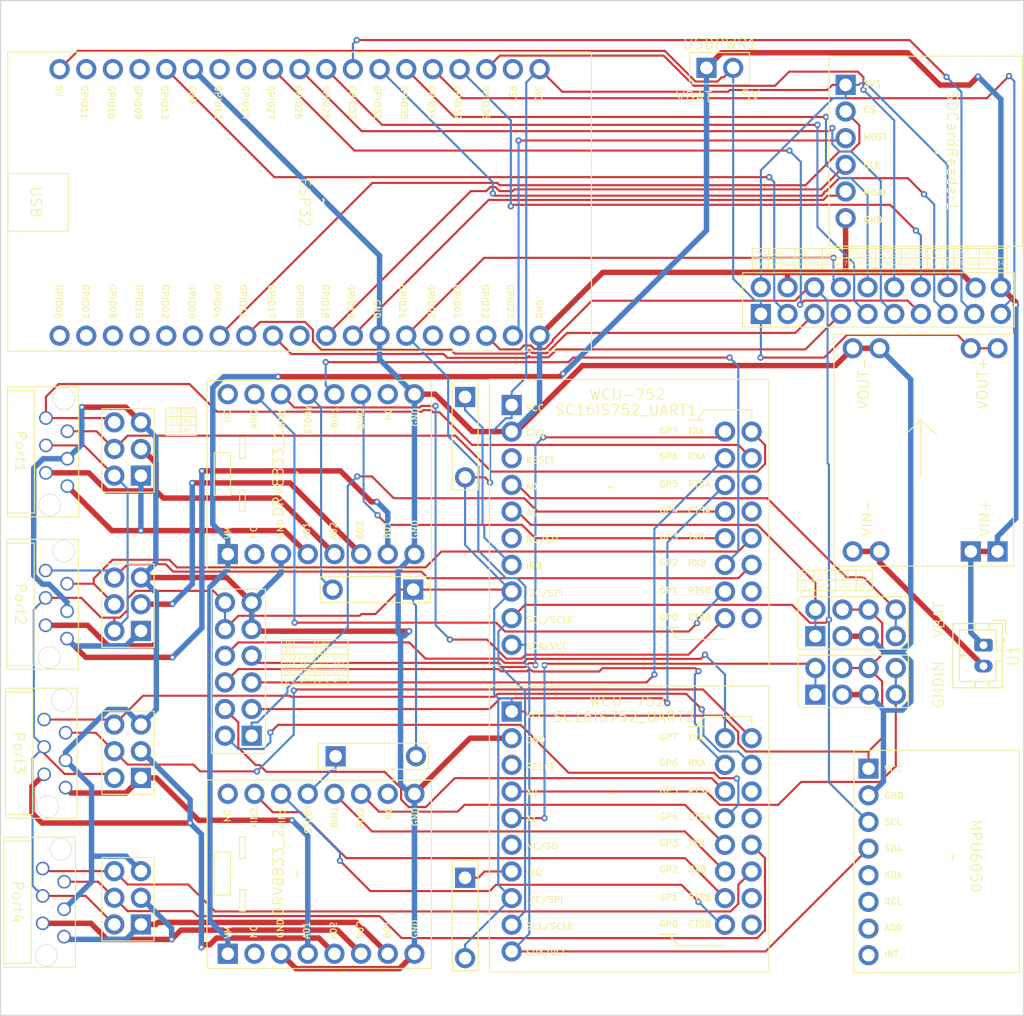
<source format=kicad_pcb>
(kicad_pcb (version 20241229) (generator "pcbnew") (generator_version "9.0")
  (layers (0 "F.Cu" signal) (2 "B.Cu" signal) (13 "F.Paste" user) (15 "B.Paste" user) (5 "F.SilkS" user "F.Silkscreen") (7 "B.SilkS" user "B.Silkscreen") (1 "F.Mask" user) (3 "B.Mask" user) (25 "Edge.Cuts" user))
  (net 0 "")
  (net 1 "/3V3")
  (net 2 "/P1M1OUT")
  (net 3 "/P1TX")
  (net 4 "/P1M2OUT")
  (net 5 "GND")
  (net 6 "/P1RX")
  (net 7 "/P2M2OUT")
  (net 8 "/P2M1OUT")
  (net 9 "/I2C_SDA")
  (net 10 "/P2TX")
  (net 11 "/I2C_SCL")
  (net 12 "/SPI_SCK")
  (net 13 "/P2RX")
  (net 14 "/SPI_MOSI")
  (net 15 "/SPI_MISO")
  (net 16 "/P3RX")
  (net 17 "/P3TX")
  (net 18 "/P3M2OUT")
  (net 19 "/P3M1OUT")
  (net 20 "/P4M1OUT")
  (net 21 "/P4TX")
  (net 22 "/P4RX")
  (net 23 "/P4M2OUT")
  (net 24 "/GPIO36")
  (net 25 "/P1M2IN")
  (net 26 "/GPIO13")
  (net 28 "/P2M1IN")
  (net 29 "/GPIO39")
  (net 30 "/P2M2IN")
  (net 31 "/GPIO34")
  (net 32 "/UART1_A1")
  (net 33 "/GPIO35")
  (net 35 "/UART1_A0")
  (net 36 "Net-(SC16IS752_UART1-IRQ)")
  (net 38 "/UART1_GP6")
  (net 39 "/UART1_GP7")
  (net 40 "/P1M1IN")
  (net 43 "/UART1_GP5")
  (net 44 "/UART1_GP4")
  (net 46 "/UART2_GP5")
  (net 50 "/P4M2IN")
  (net 51 "/UART2_GP6")
  (net 52 "/P3M1IN")
  (net 53 "/UART2_A0")
  (net 54 "/P4M1IN")
  (net 56 "/UART2_A1")
  (net 58 "Net-(SC16IS752_UART2-IRQ)")
  (net 59 "/UART2_GP4")
  (net 60 "/UART2_GP7")
  (net 61 "/P3M2IN")
  (net 64 "/GPIO27")
  (net 65 "/GPIO26")
  (net 66 "Net-(DRV8833_1-STBY)")
  (net 67 "/5V")
  (net 68 "/GPIO17")
  (net 70 "/GPIO16")
  (net 74 "Net-(DRV8833_2-STBY)")
  (net 76 "/SPI_CS")
  (net 77 "/GPIO32")
  (net 78 "/GPIO33")
  (net 82 "/GPIO25")
  (net 94 "/VBAT")
  (net 100 "GNDIN")
  (footprint "CustomFootprints:BuckConverter" (layer "F.Cu") (at 110.4475 81.82 90)
    (property "Reference" "BuckConverter1" (hide yes))
    (property "Value" "~" (hide yes))
  )
  (footprint "CustomFootprints:DRV8833" (layer "F.Cu") (at 58.53 112.54 90)
    (property "Reference" "DRV8833_2")
    (property "Value" "~")
  )
  (footprint "CustomFootprints:MPU6050" (layer "F.Cu") (at 118.76 110.915 -90)
    (property "Reference" "MPU6050")
    (property "Value" "~")
  )
  (footprint "CustomFootprints:Header_6x2" (layer "F.Cu") (at 51.895 92.89 180)
    (property "Reference" "UARTIO1" (hide yes))
    (property "Value" "UARTIO" (hide yes))
  )
  (footprint "CustomFootprints:Header_10x2" (layer "F.Cu") (at 113.1435 57.9867 90)
    (property "Reference" "ESP32IO1" (hide yes))
    (property "Value" "ESP32IO" (hide yes))
  )
  (footprint "CustomFootprints:Jumper" (layer "F.Cu") (at 97.7539 35.81)
    (property "Reference" "USBPWR1")
    (property "Value" "USBPWR")
  )
  (footprint "CustomFootprints:Header_4x2" (layer "F.Cu") (at 110.71 88.585 90)
    (property "Reference" "UART1_I2C_ADR1" (hide yes))
    (property "Value" "UART1_I2C_ADR" (hide yes))
  )
  (footprint "CustomFootprints:LegoWedoConnector" (layer "F.Cu") (at 33.06 72.31 -90)
    (property "Reference" "Port1")
    (property "Value" "~")
    (fp_circle (center 5.09 -0.880254) (end 5.74 -0.068079) (stroke (width 0.05)) (fill no) (layer "Edge.Cuts"))
    (fp_circle (center -5.04 -2.250254) (end -4.39 -1.438079) (stroke (width 0.05)) (fill no) (layer "Edge.Cuts"))
  )
  (footprint "CustomFootprints:SC16IS752" (layer "F.Cu") (at 89.47 78.6725)
    (property "Reference" "SC16IS752_UART1")
    (property "Value" "~")
  )
  (footprint "CustomFootprints:ESP32DevKit" (layer "F.Cu") (at 57.75 48.56 -90)
    (property "Reference" "ESP32")
    (property "Value" "~")
  )
  (footprint "CustomFootprints:Resistor" (layer "F.Cu") (at 73.54 116.75)
    (property "Reference" "R3" (hide yes))
    (property "Value" "1k" (hide yes))
  )
  (footprint "Connector_JST:JST_PH_B2B-PH-K_1x02_P2.00mm_Vertical" (layer "F.Cu") (at 122.89 90.75 -90)
    (property "Reference" "U1")
    (property "Value" "~")
  )
  (footprint "CustomFootprints:Resistor" (layer "F.Cu") (at 65.01 101.32 90)
    (property "Reference" "R4" (hide yes))
    (property "Value" "1k" (hide yes))
  )
  (footprint "CustomFootprints:Resistor" (layer "F.Cu") (at 73.54 70.93)
    (property "Reference" "R1" (hide yes))
    (property "Value" "1k" (hide yes))
  )
  (footprint "CustomFootprints:Header_3x2" (layer "F.Cu") (at 41.37 100.8225 180)
    (property "Reference" "J6" (hide yes))
    (property "Value" "Port3Debug" (hide yes))
  )
  (footprint "CustomFootprints:DRV8833" (layer "F.Cu") (at 58.53 74.46 90)
    (property "Reference" "DRV8833_1")
    (property "Value" "~")
  )
  (footprint "CustomFootprints:SDCardReader" (layer "F.Cu") (at 117.38 43.68 -90)
    (property "Reference" "SDCardReader1")
    (property "Value" "~")
  )
  (footprint "CustomFootprints:Header_3x2" (layer "F.Cu") (at 41.37 72.02 180)
    (property "Reference" "J2" (hide yes))
    (property "Value" "Port1Debug" (hide yes))
  )
  (footprint "CustomFootprints:Header_3x2" (layer "F.Cu") (at 41.37 114.79 180)
    (property "Reference" "J7" (hide yes))
    (property "Value" "Port4Debug" (hide yes))
  )
  (footprint "CustomFootprints:LegoWedoConnector" (layer "F.Cu") (at 32.75 115.24 -90)
    (property "Reference" "Port4")
    (property "Value" "~")
    (fp_circle (center 5.09 -0.880254) (end 5.74 -0.068079) (stroke (width 0.05)) (fill no) (layer "Edge.Cuts"))
    (fp_circle (center -5.04 -2.250254) (end -4.39 -1.438079) (stroke (width 0.05)) (fill no) (layer "Edge.Cuts"))
  )
  (footprint "CustomFootprints:SC16IS752" (layer "F.Cu") (at 89.47 107.89)
    (property "Reference" "SC16IS752_UART2")
    (property "Value" "~")
  )
  (footprint "CustomFootprints:Resistor" (layer "F.Cu") (at 64.7375 85.485 -90)
    (property "Reference" "R2" (hide yes))
    (property "Value" "1k" (hide yes))
  )
  (footprint "CustomFootprints:Header_4x2" (layer "F.Cu") (at 110.71 94.155 90)
    (property "Reference" "UART2_I2C_ADR1" (hide yes))
    (property "Value" "UART2_I2C_ADR" (hide yes))
  )
  (footprint "CustomFootprints:LegoWedoConnector" (layer "F.Cu") (at 32.89 101.04 -90)
    (property "Reference" "Port3")
    (property "Value" "~")
    (fp_circle (center 5.09 -0.880254) (end 5.74 -0.068079) (stroke (width 0.05)) (fill no) (layer "Edge.Cuts"))
    (fp_circle (center -5.04 -2.250254) (end -4.39 -1.438079) (stroke (width 0.05)) (fill no) (layer "Edge.Cuts"))
  )
  (footprint "CustomFootprints:LegoWedoConnector" (layer "F.Cu") (at 33.03 86.84 -90)
    (property "Reference" "Port2")
    (property "Value" "~")
    (fp_circle (center 5.09 -0.880254) (end 5.74 -0.068079) (stroke (width 0.05)) (fill no) (layer "Edge.Cuts"))
    (fp_circle (center -5.04 -2.250254) (end -4.39 -1.438079) (stroke (width 0.05)) (fill no) (layer "Edge.Cuts"))
  )
  (footprint "CustomFootprints:Header_3x2" (layer "F.Cu") (at 41.37 86.8125 180)
    (property "Reference" "J3" (hide yes))
    (property "Value" "Port2Debug" (hide yes))
  )
  (gr_rect (start 29.265 29.3225) (end 126.715 126.0325) (stroke (width 0.1)) (fill no) (layer "Edge.Cuts"))
  (gr_text "GND" (at 47.2 37.33 270) (layer "F.SilkS") (effects (font (size 0.6 0.6) (thickness 0.1)) (justify left bottom)))
  (gr_text "GPIO11" (at 36.91 37.33 270) (layer "F.SilkS") (effects (font (size 0.6 0.6) (thickness 0.1)) (justify left bottom)))
  (gr_text "GPIO05" (at 57.44 56.31 270) (layer "F.SilkS") (effects (font (size 0.6 0.6) (thickness 0.1)) (justify left bottom)))
  (gr_text "GPIO08" (at 39.59 56.31 270) (layer "F.SilkS") (effects (font (size 0.6 0.6) (thickness 0.1)) (justify left bottom)))
  (gr_text "RST" (at 77.68 37.33 270) (layer "F.SilkS") (effects (font (size 0.6 0.6) (thickness 0.1)) (justify left bottom)))
  (gr_text "GPIO04" (at 49.54 56.31 270) (layer "F.SilkS") (effects (font (size 0.6 0.6) (thickness 0.1)) (justify left bottom)))
  (gr_text "GPIO15" (at 42.09 56.31 270) (layer "F.SilkS") (effects (font (size 0.6 0.6) (thickness 0.1)) (justify left bottom)))
  (gr_text "CS" (at 111.38 40.08 0) (layer "F.SilkS") (effects (font (size 0.6 0.6) (thickness 0.1)) (justify left bottom)))
  (gr_text "5V" (at 34.46 37.33 270) (layer "F.SilkS") (effects (font (size 0.6 0.6) (thickness 0.1)) (justify left bottom)))
  (gr_text "GPIO19" (at 62.3 56.31 270) (layer "F.SilkS") (effects (font (size 0.6 0.6) (thickness 0.1)) (justify left bottom)))
  (gr_text "GNDIN" (at 119.17 96.9 90) (layer "F.SilkS") (effects (font (size 1 1) (thickness 0.1)) (justify left bottom)))
  (gr_text "VBAT" (at 93.52 39.11 0) (layer "F.SilkS") (effects (font (size 1 1) (thickness 0.1)) (justify left bottom)))
  (gr_text "GPIO10" (at 39.46 37.33 270) (layer "F.SilkS") (effects (font (size 0.6 0.6) (thickness 0.1)) (justify left bottom)))
  (gr_text "GPIO33" (at 62.43 37.33 270) (layer "F.SilkS") (effects (font (size 0.6 0.6) (thickness 0.1)) (justify left bottom)))
  (gr_text "3V3" (at 80.14 37.33 270) (layer "F.SilkS") (effects (font (size 0.6 0.6) (thickness 0.1)) (justify left bottom)))
  (gr_text "GPIO39" (at 72.45 37.33 270) (layer "F.SilkS") (effects (font (size 0.6 0.6) (thickness 0.1)) (justify left bottom)))
  (gr_text "VBAT" (at 119.25 90.14 90) (layer "F.SilkS") (effects (font (size 1 1) (thickness 0.1)) (justify left bottom)))
  (gr_text "GPIO13" (at 44.54 37.33 270) (layer "F.SilkS") (effects (font (size 0.6 0.6) (thickness 0.1)) (justify left bottom)))
  (gr_text "GPIO18" (at 59.85 56.31 270) (layer "F.SilkS") (effects (font (size 0.6 0.6) (thickness 0.1)) (justify left bottom)))
  (gr_text "GPIO36" (at 75.14 37.33 270) (layer "F.SilkS") (effects (font (size 0.6 0.6) (thickness 0.1)) (justify left bottom)))
  (gr_text "GPIO16" (at 52 56.31 270) (layer "F.SilkS") (effects (font (size 0.6 0.6) (thickness 0.1)) (justify left bottom)))
  (gr_text "GPIO26" (at 57.29 37.33 270) (layer "F.SilkS") (effects (font (size 0.6 0.6) (thickness 0.1)) (justify left bottom)))
  (gr_text "GPIO14" (at 52.26 37.33 270) (layer "F.SilkS") (effects (font (size 0.6 0.6) (thickness 0.1)) (justify left bottom)))
  (gr_text "GND" (at 80.19 57.738572 270) (layer "F.SilkS") (effects (font (size 0.6 0.6) (thickness 0.1)) (justify left bottom)))
  (gr_text "GPIO32" (at 64.82 37.33 270) (layer "F.SilkS") (effects (font (size 0.6 0.6) (thickness 0.1)) (justify left bottom)))
  (gr_text "GPIO35" (at 67.36 37.33 270) (layer "F.SilkS") (effects (font (size 0.6 0.6) (thickness 0.1)) (justify left bottom)))
  (gr_text "GPIO17" (at 54.72 56.31 270) (layer "F.SilkS") (effects (font (size 0.6 0.6) (thickness 0.1)) (justify left bottom)))
  (gr_text "GPIO01" (at 72.39 56.31 270) (layer "F.SilkS") (effects (font (size 0.6 0.6) (thickness 0.1)) (justify left bottom)))
  (gr_text "GPIO34" (at 69.97 37.33 270) (layer "F.SilkS") (effects (font (size 0.6 0.6) (thickness 0.1)) (justify left bottom)))
  (gr_text "MISO" (at 111.38 47.98 0) (layer "F.SilkS") (effects (font (size 0.6 0.6) (thickness 0.1)) (justify left bottom)))
  (gr_text "MOSI" (at 111.38 42.68 0) (layer "F.SilkS") (effects (font (size 0.6 0.6) (thickness 0.1)) (justify left bottom)))
  (gr_text "GPIO21" (at 67.21 56.31 270) (layer "F.SilkS") (effects (font (size 0.6 0.6) (thickness 0.1)) (justify left bottom)))
  (gr_text "GPIO03" (at 69.93 56.31 270) (layer "F.SilkS") (effects (font (size 0.6 0.6) (thickness 0.1)) (justify left bottom)))
  (gr_text "GPIO25" (at 59.92 37.33 270) (layer "F.SilkS") (effects (font (size 0.6 0.6) (thickness 0.1)) (justify left bottom)))
  (gr_text "CLK" (at 111.38 45.38 0) (layer "F.SilkS") (effects (font (size 0.6 0.6) (thickness 0.1)) (justify left bottom)))
  (gr_text "GPIO07" (at 37 56.31 270) (layer "F.SilkS") (effects (font (size 0.6 0.6) (thickness 0.1)) (justify left bottom)))
  (gr_text "GPIO06" (at 34.46 56.31 270) (layer "F.SilkS") (effects (font (size 0.6 0.6) (thickness 0.1)) (justify left bottom)))
  (gr_text "GPIO02" (at 44.59 56.31 270) (layer "F.SilkS") (effects (font (size 0.6 0.6) (thickness 0.1)) (justify left bottom)))
  (gr_text "GND" (at 111.38 50.58 0) (layer "F.SilkS") (effects (font (size 0.6 0.6) (thickness 0.1)) (justify left bottom)))
  (gr_text "GPIO23" (at 77.47 56.31 270) (layer "F.SilkS") (effects (font (size 0.6 0.6) (thickness 0.1)) (justify left bottom)))
  (gr_text "5V" (at 99.72 38.99 0) (layer "F.SilkS") (effects (font (size 1 1) (thickness 0.1)) (justify left bottom)))
  (gr_text "GPIO27" (at 54.66 37.33 270) (layer "F.SilkS") (effects (font (size 0.6 0.6) (thickness 0.1)) (justify left bottom)))
  (gr_text "GPIO00" (at 47.13 56.31 270) (layer "F.SilkS") (effects (font (size 0.6 0.6) (thickness 0.1)) (justify left bottom)))
  (gr_text "GND" (at 64.76 57.738572 270) (layer "F.SilkS") (effects (font (size 0.6 0.6) (thickness 0.1)) (justify left bottom)))
  (gr_text "3V3" (at 111.38 37.68 0) (layer "F.SilkS") (effects (font (size 0.6 0.6) (thickness 0.1)) (justify left bottom)))
  (gr_text "GPIO22" (at 75.06 56.31 270) (layer "F.SilkS") (effects (font (size 0.6 0.6) (thickness 0.1)) (justify left bottom)))
  (gr_text "GPIO09" (at 42 37.33 270) (layer "F.SilkS") (effects (font (size 0.6 0.6) (thickness 0.1)) (justify left bottom)))
  (gr_text "GPIO12" (at 49.63 37.33 270) (layer "F.SilkS") (effects (font (size 0.6 0.6) (thickness 0.1)) (justify left bottom)))
  (table (column_count 10) (layer "F.SilkS") (border (external yes) (header yes) (stroke (width 0.1))) (separators (rows yes) (cols yes) (stroke (width 0.1))) (column_widths 1.57 2.5 2.62 2.53 2.53 2.46 2.49 2.51 2.43 2.62) (row_heights 0.91 1.02) (cells (table_cell "3V3" (start 100.86 52.95) (end 102.43 53.86) (margins 0.2 0 0 0) (span 1 1) (layer "F.SilkS") (effects (font (size 0.4 0.4)) (justify left))) (table_cell "GND" (start 102.43 52.95) (end 104.93 53.86) (margins 0.2 0 0 0) (span 1 1) (layer "F.SilkS") (effects (font (size 0.4 0.4)) (justify left))) (table_cell "SCL" (start 104.93 52.95) (end 107.55 53.86) (margins 0.2 0 0 0) (span 1 1) (layer "F.SilkS") (effects (font (size 0.4 0.4)) (justify left))) (table_cell "SDA" (start 107.55 52.95) (end 110.08 53.86) (margins 0.2 0 0 0) (span 1 1) (layer "F.SilkS") (effects (font (size 0.4 0.4)) (justify left))) (table_cell "GPIO35" (start 110.08 52.95) (end 112.61 53.86) (margins 0.2 0 0 0) (span 1 1) (layer "F.SilkS") (effects (font (size 0.4 0.4)) (justify left))) (table_cell "GPIO36" (start 112.61 52.95) (end 115.07 53.86) (margins 0.2 0 0 0) (span 1 1) (layer "F.SilkS") (effects (font (size 0.4 0.4)) (justify left))) (table_cell "GPIO39" (start 115.07 52.95) (end 117.56 53.86) (margins 0.2 0 0 0) (span 1 1) (layer "F.SilkS") (effects (font (size 0.4 0.4)) (justify left))) (table_cell "3V3" (start 117.56 52.95) (end 120.07 53.86) (margins 0.2 0 0 0) (span 1 1) (layer "F.SilkS") (effects (font (size 0.4 0.4)) (justify left))) (table_cell "GND" (start 120.07 52.95) (end 122.5 53.86) (margins 0.2 0 0 0) (span 1 1) (layer "F.SilkS") (effects (font (size 0.4 0.4)) (justify left))) (table_cell "VBAT" (start 122.5 52.95) (end 125.12 53.86) (margins 0.2 0 0 0) (span 1 1) (layer "F.SilkS") (effects (font (size 0.4 0.4)) (justify left))) (table_cell "5V" (start 100.86 53.86) (end 102.43 54.88) (margins 0.2 0 0 0) (span 1 1) (layer "F.SilkS") (effects (font (size 0.4 0.4)) (justify left))) (table_cell "GPIO13" (start 102.43 53.86) (end 104.93 54.88) (margins 0.2 0 0 0) (span 1 1) (layer "F.SilkS") (effects (font (size 0.4 0.4)) (justify left))) (table_cell "GPIO16" (start 104.93 53.86) (end 107.55 54.88) (margins 0.2 0 0 0) (span 1 1) (layer "F.SilkS") (effects (font (size 0.4 0.4)) (justify left))) (table_cell "GPIO17" (start 107.55 53.86) (end 110.08 54.88) (margins 0.2 0 0 0) (span 1 1) (layer "F.SilkS") (effects (font (size 0.4 0.4)) (justify left))) (table_cell "GPIO25" (start 110.08 53.86) (end 112.61 54.88) (margins 0.2 0 0 0) (span 1 1) (layer "F.SilkS") (effects (font (size 0.4 0.4)) (justify left))) (table_cell "GPIO26" (start 112.61 53.86) (end 115.07 54.88) (margins 0.2 0 0 0) (span 1 1) (layer "F.SilkS") (effects (font (size 0.4 0.4)) (justify left))) (table_cell "GPIO27" (start 115.07 53.86) (end 117.56 54.88) (margins 0.2 0 0 0) (span 1 1) (layer "F.SilkS") (effects (font (size 0.4 0.4)) (justify left))) (table_cell "GPIO32" (start 117.56 53.86) (end 120.07 54.88) (margins 0.2 0 0 0) (span 1 1) (layer "F.SilkS") (effects (font (size 0.4 0.4)) (justify left))) (table_cell "GPIO33" (start 120.07 53.86) (end 122.5 54.88) (margins 0.2 0 0 0) (span 1 1) (layer "F.SilkS") (effects (font (size 0.4 0.4)) (justify left))) (table_cell "GPIO34" (start 122.5 53.86) (end 125.12 54.88) (margins 0.2 0 0 0) (span 1 1) (layer "F.SilkS") (effects (font (size 0.4 0.4)) (justify left)))))
  (table (column_count 2) (layer "F.SilkS") (border (external yes) (header yes) (stroke (width 0.1))) (separators (rows yes) (cols yes) (stroke (width 0.1))) (column_widths 1.44 1.44) (row_heights 0.8 0.86 0.94) (cells (table_cell "ID2" (start 45.02 68.15) (end 46.46 68.95) (margins 0.2 0 0 0) (span 1 1) (layer "F.SilkS") (effects (font (size 0.4 0.4)) (justify left))) (table_cell "GND" (start 46.46 68.15) (end 47.9 68.95) (margins 0.2 0 0 0) (span 1 1) (layer "F.SilkS") (effects (font (size 0.4 0.4)) (justify left))) (table_cell "ID1" (start 45.02 68.95) (end 46.46 69.81) (margins 0.2 0 0 0) (span 1 1) (layer "F.SilkS") (effects (font (size 0.4 0.4)) (justify left))) (table_cell "M2" (start 46.46 68.95) (end 47.9 69.81) (margins 0.2 0 0 0) (span 1 1) (layer "F.SilkS") (effects (font (size 0.4 0.4)) (justify left))) (table_cell "3V3" (start 45.02 69.81) (end 46.46 70.75) (margins 0.2 0 0 0) (span 1 1) (layer "F.SilkS") (effects (font (size 0.4 0.4)) (justify left))) (table_cell "M1" (start 46.46 69.81) (end 47.9 70.75) (margins 0.2 0 0 0) (span 1 1) (layer "F.SilkS") (effects (font (size 0.4 0.4)) (justify left)))))
  (table (column_count 4) (layer "F.SilkS") (border (external yes) (header yes) (stroke (width 0.1))) (separators (rows yes) (cols yes) (stroke (width 0.1))) (column_widths 1.57 2.04 1.95 1.56) (row_heights 0.91 1.02) (cells (table_cell "A1" (start 105.19 83.63) (end 106.76 84.54) (margins 0.2 0 0 0) (span 1 1) (layer "F.SilkS") (effects (font (size 0.4 0.4)) (justify left))) (table_cell "3V3" (start 106.76 83.63) (end 108.8 84.54) (margins 0.2 0 0 0) (span 1 1) (layer "F.SilkS") (effects (font (size 0.4 0.4)) (justify left))) (table_cell "3V3" (start 108.8 83.63) (end 110.75 84.54) (margins 0.2 0 0 0) (span 1 1) (layer "F.SilkS") (effects (font (size 0.4 0.4)) (justify left))) (table_cell "A0" (start 110.75 83.63) (end 112.31 84.54) (margins 0.2 0 0 0) (span 1 1) (layer "F.SilkS") (effects (font (size 0.4 0.4)) (justify left))) (table_cell "A1" (start 105.19 84.54) (end 106.76 85.56) (margins 0.2 0 0 0) (span 1 1) (layer "F.SilkS") (effects (font (size 0.4 0.4)) (justify left))) (table_cell "GND" (start 106.76 84.54) (end 108.8 85.56) (margins 0.2 0 0 0) (span 1 1) (layer "F.SilkS") (effects (font (size 0.4 0.4)) (justify left))) (table_cell "GND" (start 108.8 84.54) (end 110.75 85.56) (margins 0.2 0 0 0) (span 1 1) (layer "F.SilkS") (effects (font (size 0.4 0.4)) (justify left))) (table_cell "A0" (start 110.75 84.54) (end 112.31 85.56) (margins 0.2 0 0 0) (span 1 1) (layer "F.SilkS") (effects (font (size 0.4 0.4)) (justify left)))))
  (table (column_count 2) (layer "F.SilkS") (border (external yes) (header yes) (stroke (width 0.1))) (separators (rows yes) (cols yes) (stroke (width 0.1))) (column_widths 3.17 3.18) (row_heights 0.71 0.68 0.75 0.69 0.6 0.9) (cells (table_cell "3V3" (start 56.03 90.22) (end 59.2 90.93) (margins 0.2 0 0 0) (span 1 1) (layer "F.SilkS") (effects (font (size 0.4 0.4)) (justify left))) (table_cell "GND" (start 59.2 90.22) (end 62.38 90.93) (margins 0.2 0 0 0) (span 1 1) (layer "F.SilkS") (effects (font (size 0.4 0.4)) (justify left))) (table_cell "3V3" (start 56.03 90.93) (end 59.2 91.61) (margins 0.2 0 0 0) (span 1 1) (layer "F.SilkS") (effects (font (size 0.4 0.4)) (justify left))) (table_cell "GND" (start 59.2 90.93) (end 62.38 91.61) (margins 0.2 0 0 0) (span 1 1) (layer "F.SilkS") (effects (font (size 0.4 0.4)) (justify left))) (table_cell "UA2 GP7" (start 56.03 91.61) (end 59.2 92.36) (margins 0.2 0 0 0) (span 1 1) (layer "F.SilkS") (effects (font (size 0.4 0.4)) (justify left))) (table_cell "UA1 GP7" (start 59.2 91.61) (end 62.38 92.36) (margins 0.2 0 0 0) (span 1 1) (layer "F.SilkS") (effects (font (size 0.4 0.4)) (justify left))) (table_cell "UA2 GP6" (start 56.03 92.36) (end 59.2 93.05) (margins 0.2 0 0 0) (span 1 1) (layer "F.SilkS") (effects (font (size 0.4 0.4)) (justify left))) (table_cell "UA1 GP6" (start 59.2 92.36) (end 62.38 93.05) (margins 0.2 0 0 0) (span 1 1) (layer "F.SilkS") (effects (font (size 0.4 0.4)) (justify left))) (table_cell "UA2 GP5" (start 56.03 93.05) (end 59.2 93.65) (margins 0.2 0 0 0) (span 1 1) (layer "F.SilkS") (effects (font (size 0.4 0.4)) (justify left))) (table_cell "UA1 GP5" (start 59.2 93.05) (end 62.38 93.65) (margins 0.2 0 0 0) (span 1 1) (layer "F.SilkS") (effects (font (size 0.4 0.4)) (justify left))) (table_cell "UA2 GP4" (start 56.03 93.65) (end 59.2 94.55) (margins 0.2 0 0 0) (span 1 1) (layer "F.SilkS") (effects (font (size 0.4 0.4)) (justify left))) (table_cell "UA1 GP4" (start 59.2 93.65) (end 62.38 94.55) (margins 0.2 0 0 0) (span 1 1) (layer "F.SilkS") (effects (font (size 0.4 0.4)) (justify left)))))
  (segment (start 33.42 100.45) (end 33.42 101.076) (width 0.2) (layer "F.Cu") (net 1))
  (segment (start 99.5317 99.0235) (end 99.5317 100.1515) (width 0.2) (layer "F.Cu") (net 1))
  (segment (start 73.515 74.76) (end 75.3942 74.76) (width 0.2) (layer "F.Cu") (net 1))
  (segment (start 37.38 114.65) (end 33.28 114.65) (width 0.2) (layer "F.Cu") (net 1))
  (segment (start 51.9164 87.9536) (end 50.645 89.225) (width 0.2) (layer "F.Cu") (net 1))
  (segment (start 40.6421 88.132) (end 41.37 87.4041) (width 0.2) (layer "F.Cu") (net 1))
  (segment (start 41.37 87.4041) (end 41.37 86.3128) (width 0.2) (layer "F.Cu") (net 1))
  (segment (start 63.4728 87.9536) (end 51.9164 87.9536) (width 0.2) (layer "F.Cu") (net 1))
  (segment (start 40.1 117.37) (end 37.38 114.65) (width 0.2) (layer "F.Cu") (net 1))
  (segment (start 67.3058 85.46) (end 64.977 87.7888) (width 0.2) (layer "F.Cu") (net 1))
  (segment (start 99.5317 100.1515) (end 100.2702 100.89) (width 0.2) (layer "F.Cu") (net 1))
  (segment (start 111.94 102.52) (end 111.94 100.89) (width 0.2) (layer "F.Cu") (net 1))
  (segment (start 77.95 97.08) (end 79.2117 97.08) (width 0.2) (layer "F.Cu") (net 1))
  (segment (start 40.1 88.132) (end 40.1 89.3925) (width 0.2) (layer "F.Cu") (net 1))
  (segment (start 77.7675 85.46) (end 77.95 85.6425) (width 0.2) (layer "F.Cu") (net 1))
  (segment (start 82.7635 38.0135) (end 98.5738 38.0135) (width 0.2) (layer "F.Cu") (net 1))
  (segment (start 68.5675 85.46) (end 77.7675 85.46) (width 0.2) (layer "F.Cu") (net 1))
  (segment (start 113.2398 91.6502) (end 113.2398 88.6398) (width 0.2) (layer "F.Cu") (net 1))
  (segment (start 37.22 71.72) (end 40.1 74.6) (width 0.2) (layer "F.Cu") (net 1))
  (segment (start 39.7225 103.025) (end 40.1 103.4025) (width 0.2) (layer "F.Cu") (net 1))
  (segment (start 68.5675 85.46) (end 67.3058 85.46) (width 0.2) (layer "F.Cu") (net 1))
  (segment (start 113.2398 88.6398) (end 111.96 87.36) (width 0.2) (layer "F.Cu") (net 1))
  (segment (start 33.56 86.25) (end 36.9575 86.25) (width 0.2) (layer "F.Cu") (net 1))
  (segment (start 113.2398 99.5902) (end 113.2398 94.2098) (width 0.2) (layer "F.Cu") (net 1))
  (segment (start 64.977 87.7888) (end 63.6376 87.7888) (width 0.2) (layer "F.Cu") (net 1))
  (segment (start 79.6059 97.4742) (end 97.9824 97.4742) (width 0.2) (layer "F.Cu") (net 1))
  (segment (start 35.369 103.025) (end 39.7225 103.025) (width 0.2) (layer "F.Cu") (net 1))
  (segment (start 41.37 86.3128) (end 42.1003 85.5825) (width 0.2) (layer "F.Cu") (net 1))
  (segment (start 79.2117 97.08) (end 79.6059 97.4742) (width 0.2) (layer "F.Cu") (net 1))
  (segment (start 42.1003 85.5825) (end 49.5425 85.5825) (width 0.2) (layer "F.Cu") (net 1))
  (segment (start 33.42 101.076) (end 35.369 103.025) (width 0.2) (layer "F.Cu") (net 1))
  (segment (start 75.3942 74.76) (end 75.8945 75.2603) (width 0.2) (layer "F.Cu") (net 1))
  (segment (start 111.94 100.89) (end 113.2398 99.5902) (width 0.2) (layer "F.Cu") (net 1))
  (segment (start 49.5425 85.5825) (end 50.645 86.685) (width 0.2) (layer "F.Cu") (net 1))
  (segment (start 100.2702 100.89) (end 111.94 100.89) (width 0.2) (layer "F.Cu") (net 1))
  (segment (start 80.61 35.86) (end 82.7635 38.0135) (width 0.2) (layer "F.Cu") (net 1))
  (segment (start 63.6376 87.7888) (end 63.4728 87.9536) (width 0.2) (layer "F.Cu") (net 1))
  (segment (start 40.1 88.132) (end 40.6421 88.132) (width 0.2) (layer "F.Cu") (net 1))
  (segment (start 36.9575 86.25) (end 38.8395 88.132) (width 0.2) (layer "F.Cu") (net 1))
  (segment (start 108.0096 37.8487) (end 108.4983 37.36) (width 0.2) (layer "F.Cu") (net 1))
  (segment (start 38.8395 88.132) (end 40.1 88.132) (width 0.2) (layer "F.Cu") (net 1))
  (segment (start 111.96 92.93) (end 113.2398 91.6502) (width 0.2) (layer "F.Cu") (net 1))
  (segment (start 113.2398 94.2098) (end 111.96 92.93) (width 0.2) (layer "F.Cu") (net 1))
  (segment (start 33.59 71.72) (end 37.22 71.72) (width 0.2) (layer "F.Cu") (net 1))
  (segment (start 109.46 87.36) (end 111.96 87.36) (width 0.2) (layer "F.Cu") (net 1))
  (segment (start 109.46 92.93) (end 111.96 92.93) (width 0.2) (layer "F.Cu") (net 1))
  (segment (start 97.9824 97.4742) (end 99.5317 99.0235) (width 0.2) (layer "F.Cu") (net 1))
  (segment (start 98.5738 38.0135) (end 98.7386 37.8487) (width 0.2) (layer "F.Cu") (net 1))
  (segment (start 109.76 37.36) (end 108.4983 37.36) (width 0.2) (layer "F.Cu") (net 1))
  (segment (start 98.7386 37.8487) (end 108.0096 37.8487) (width 0.2) (layer "F.Cu") (net 1))
  (via (at 75.8945 75.2603) (size 0.6) (drill 0.3) (layers "F.Cu" "B.Cu") (net 1))
  (segment (start 33.42 100.45) (end 32.3177 101.5523) (width 0.2) (layer "B.Cu") (net 1))
  (segment (start 79.34 65.2108) (end 77.95 66.6008) (width 0.2) (layer "B.Cu") (net 1))
  (segment (start 32.3177 113.6877) (end 33.28 114.65) (width 0.2) (layer "B.Cu") (net 1))
  (segment (start 73.515 119.295) (end 77.95 114.86) (width 0.2) (layer "B.Cu") (net 1))
  (segment (start 77.95 67.8625) (end 77.95 66.6008) (width 0.2) (layer "B.Cu") (net 1))
  (segment (start 33.42 100.45) (end 32.4404 99.4704) (width 0.2) (layer "B.Cu") (net 1))
  (segment (start 109.76 37.36) (end 109.76 38.6217) (width 0.2) (layer "B.Cu") (net 1))
  (segment (start 79.34 37.13) (end 79.34 65.2108) (width 0.2) (layer "B.Cu") (net 1))
  (segment (start 109.76 38.6217) (end 108.561 38.6217) (width 0.2) (layer "B.Cu") (net 1))
  (segment (start 119.47 44.9792) (end 111.706 37.2152) (width 0.2) (layer "B.Cu") (net 1))
  (segment (start 76.6734 113.5834) (end 77.95 114.86) (width 0.2) (layer "B.Cu") (net 1))
  (segment (start 77.95 85.6425) (end 73.515 81.2075) (width 0.2) (layer "B.Cu") (net 1))
  (segment (start 119.47 56.65) (end 119.47 44.9792) (width 0.2) (layer "B.Cu") (net 1))
  (segment (start 68.84 101.345) (end 68.84 86.9942) (width 0.2) (layer "B.Cu") (net 1))
  (segment (start 77.95 67.8625) (end 77.95 69.1242) (width 0.2) (layer "B.Cu") (net 1))
  (segment (start 50.645 89.225) (end 50.645 86.685) (width 0.2) (layer "B.Cu") (net 1))
  (segment (start 75.8945 75.2603) (end 75.8945 70.6277) (width 0.2) (layer "B.Cu") (net 1))
  (segment (start 68.84 86.9942) (end 68.5675 86.7217) (width 0.2) (layer "B.Cu") (net 1))
  (segment (start 32.3177 101.5523) (end 32.3177 113.6877) (width 0.2) (layer "B.Cu") (net 1))
  (segment (start 40.1 74.6) (end 41.37 75.87) (width 0.2) (layer "B.Cu") (net 1))
  (segment (start 77.398 69.1242) (end 77.95 69.1242) (width 0.2) (layer "B.Cu") (net 1))
  (segment (start 32.4404 99.4704) (end 32.4404 87.3696) (width 0.2) (layer "B.Cu") (net 1))
  (segment (start 75.8945 70.6277) (end 77.398 69.1242) (width 0.2) (layer "B.Cu") (net 1))
  (segment (start 77.95 97.08) (end 77.95 95.8183) (width 0.2) (layer "B.Cu") (net 1))
  (segment (start 41.37 75.87) (end 41.37 88.1225) (width 0.2) (layer "B.Cu") (net 1))
  (segment (start 41.37 88.1225) (end 40.1 89.3925) (width 0.2) (layer "B.Cu") (net 1))
  (segment (start 80.61 35.86) (end 79.34 37.13) (width 0.2) (layer "B.Cu") (net 1))
  (segment (start 73.515 81.2075) (end 73.515 74.76) (width 0.2) (layer "B.Cu") (net 1))
  (segment (start 32.4404 87.3696) (end 33.56 86.25) (width 0.2) (layer "B.Cu") (net 1))
  (segment (start 73.515 120.58) (end 73.515 119.295) (width 0.2) (layer "B.Cu") (net 1))
  (segment (start 76.6734 95.8183) (end 76.6734 113.5834) (width 0.2) (layer "B.Cu") (net 1))
  (segment (start 108.561 38.6217) (end 101.69 45.4927) (width 0.2) (layer "B.Cu") (net 1))
  (segment (start 68.5675 85.46) (end 68.5675 86.7217) (width 0.2) (layer "B.Cu") (net 1))
  (segment (start 109.76 37.36) (end 111.0217 37.36) (width 0.2) (layer "B.Cu") (net 1))
  (segment (start 111.1665 37.2152) (end 111.0217 37.36) (width 0.2) (layer "B.Cu") (net 1))
  (segment (start 76.2866 87.3059) (end 76.2866 95.4315) (width 0.2) (layer "B.Cu") (net 1))
  (segment (start 76.2866 95.4315) (end 76.6734 95.8183) (width 0.2) (layer "B.Cu") (net 1))
  (segment (start 101.69 45.4927) (end 101.69 56.65) (width 0.2) (layer "B.Cu") (net 1))
  (segment (start 77.95 85.6425) (end 76.2866 87.3059) (width 0.2) (layer "B.Cu") (net 1))
  (segment (start 111.706 37.2152) (end 111.1665 37.2152) (width 0.2) (layer "B.Cu") (net 1))
  (segment (start 76.6734 95.8183) (end 77.95 95.8183) (width 0.2) (layer "B.Cu") (net 1))
  (segment (start 58.53 82.08) (end 56.289 79.839) (width 0.52) (layer "F.Cu") (net 2))
  (segment (start 35.63 75.6) (end 39.869 79.839) (width 0.52) (layer "F.Cu") (net 2))
  (segment (start 56.289 79.839) (end 42.6359 79.839) (width 0.52) (layer "F.Cu") (net 2))
  (segment (start 39.869 79.839) (end 42.6359 79.839) (width 0.52) (layer "F.Cu") (net 2))
  (via (at 42.6359 79.839) (size 0.6) (drill 0.3) (layers "F.Cu" "B.Cu") (net 2))
  (segment (start 42.64 76.0217) (end 42.6359 76.0258) (width 0.52) (layer "B.Cu") (net 2))
  (segment (start 42.64 74.6) (end 42.64 76.0217) (width 0.52) (layer "B.Cu") (net 2))
  (segment (start 42.6359 76.0258) (end 42.6359 79.839) (width 0.52) (layer "B.Cu") (net 2))
  (segment (start 102.0898 73.4759) (end 102.0898 71.6823) (width 0.2) (layer "F.Cu") (net 3))
  (segment (start 72.5903 70.7898) (end 76.013 74.2125) (width 0.2) (layer "F.Cu") (net 3))
  (segment (start 101.3532 74.2125) (end 102.0898 73.4759) (width 0.2) (layer "F.Cu") (net 3))
  (segment (start 40.1 72.06) (end 41.3702 70.7898) (width 0.2) (layer "F.Cu") (net 3))
  (segment (start 102.0898 71.6823) (end 100.81 70.4025) (width 0.2) (layer "F.Cu") (net 3))
  (segment (start 38.41 70.37) (end 35.64 70.37) (width 0.2) (layer "F.Cu") (net 3))
  (segment (start 41.3702 70.7898) (end 72.5903 70.7898) (width 0.2) (layer "F.Cu") (net 3))
  (segment (start 76.013 74.2125) (end 101.3532 74.2125) (width 0.2) (layer "F.Cu") (net 3))
  (segment (start 40.1 72.06) (end 38.41 70.37) (width 0.2) (layer "F.Cu") (net 3))
  (segment (start 33.59 74.33) (end 37.6726 74.33) (width 0.52) (layer "F.Cu") (net 4))
  (segment (start 42.7306 72.06) (end 44.0879 73.4173) (width 0.52) (layer "F.Cu") (net 4))
  (segment (start 44.0879 76.0574) (end 44.7698 76.7393) (width 0.52) (layer "F.Cu") (net 4))
  (segment (start 55.7293 76.7393) (end 61.07 82.08) (width 0.52) (layer "F.Cu") (net 4))
  (segment (start 44.7698 76.7393) (end 55.7293 76.7393) (width 0.52) (layer "F.Cu") (net 4))
  (segment (start 44.0879 73.4173) (end 44.0879 76.0574) (width 0.52) (layer "F.Cu") (net 4))
  (segment (start 37.6726 74.33) (end 39.4 76.0574) (width 0.52) (layer "F.Cu") (net 4))
  (segment (start 42.64 72.06) (end 42.7306 72.06) (width 0.52) (layer "F.Cu") (net 4))
  (segment (start 39.4 76.0574) (end 44.0879 76.0574) (width 0.52) (layer "F.Cu") (net 4))
  (segment (start 77.95 70.4025) (end 74.2245 70.4025) (width 0.52) (layer "F.Cu") (net 5))
  (segment (start 86.6417 55.2283) (end 104.23 55.2283) (width 0.52) (layer "F.Cu") (net 5))
  (segment (start 41.1977 68.0777) (end 37.0087 68.0777) (width 0.52) (layer "F.Cu") (net 5))
  (segment (start 57.4137 121.5837) (end 67.2663 121.5837) (width 0.52) (layer "F.Cu") (net 5))
  (segment (start 109.76 55.2283) (end 109.76 50.06) (width 0.52) (layer "F.Cu") (net 5))
  (segment (start 108.7969 64.1106) (end 110.4475 62.46) (width 0.52) (layer "F.Cu") (net 5))
  (segment (start 120.6851 55.2283) (end 109.76 55.2283) (width 0.52) (layer "F.Cu") (net 5))
  (segment (start 42.64 69.52) (end 41.1977 68.0777) (width 0.52) (layer "F.Cu") (net 5))
  (segment (start 70.662 66.84) (end 68.69 66.84) (width 0.52) (layer "F.Cu") (net 5))
  (segment (start 109.76 55.2283) (end 104.23 55.2283) (width 0.52) (layer "F.Cu") (net 5))
  (segment (start 42.64 84.3125) (end 50.8125 84.3125) (width 0.52) (layer "F.Cu") (net 5))
  (segment (start 122.1435 56.6867) (end 120.6851 55.2283) (width 0.52) (layer "F.Cu") (net 5))
  (segment (start 78.4106 70.4025) (end 84.7025 64.1106) (width 0.52) (layer "F.Cu") (net 5))
  (segment (start 73.99 99.62) (end 77.95 99.62) (width 0.52) (layer "F.Cu") (net 5))
  (segment (start 84.7025 64.1106) (end 108.7969 64.1106) (width 0.52) (layer "F.Cu") (net 5))
  (segment (start 50.8125 84.3125) (end 53.185 86.685) (width 0.52) (layer "F.Cu") (net 5))
  (segment (start 109.46 95.47) (end 111.96 95.47) (width 0.52) (layer "F.Cu") (net 5))
  (segment (start 53.3832 89.4232) (end 53.185 89.225) (width 0.52) (layer "F.Cu") (net 5))
  (segment (start 55.99 120.16) (end 57.4137 121.5837) (width 0.52) (layer "F.Cu") (net 5))
  (segment (start 74.2245 70.4025) (end 70.662 66.84) (width 0.52) (layer "F.Cu") (net 5))
  (segment (start 112.9875 62.46) (end 110.4475 62.46) (width 0.52) (layer "F.Cu") (net 5))
  (segment (start 111.96 89.9) (end 109.46 89.9) (width 0.52) (layer "F.Cu") (net 5))
  (segment (start 104.23 55.2283) (end 104.23 56.65) (width 0.52) (layer "F.Cu") (net 5))
  (segment (start 68.1867 89.4232) (end 53.3832 89.4232) (width 0.52) (layer "F.Cu") (net 5))
  (segment (start 77.95 70.4025) (end 78.4106 70.4025) (width 0.52) (layer "F.Cu") (net 5))
  (segment (start 68.69 104.92) (end 73.99 99.62) (width 0.52) (layer "F.Cu") (net 5))
  (segment (start 67.2663 121.5837) (end 68.69 120.16) (width 0.52) (layer "F.Cu") (net 5))
  (segment (start 80.61 61.26) (end 86.6417 55.2283) (width 0.52) (layer "F.Cu") (net 5))
  (via (at 37.0087 68.0777) (size 0.6) (drill 0.3) (layers "F.Cu" "B.Cu") (net 5))
  (via (at 68.1867 89.4232) (size 0.6) (drill 0.3) (layers "F.Cu" "B.Cu") (net 5))
  (segment (start 32.4217 84.1134) (end 33.2533 84.945) (width 0.52) (layer "B.Cu") (net 5))
  (segment (start 37.9355 104.1955) (end 35.46 101.72) (width 0.52) (layer "B.Cu") (net 5))
  (segment (start 113.3617 96.9375) (end 115.1576 96.9375) (width 0.52) (layer "B.Cu") (net 5))
  (segment (start 42.64 112.29) (end 41.2098 110.8598) (width 0.52) (layer "B.Cu") (net 5))
  (segment (start 53.185 86.685) (end 55.99 83.88) (width 0.52) (layer "B.Cu") (net 5))
  (segment (start 113.3617 103.7684) (end 113.3617 96.9375) (width 0.52) (layer "B.Cu") (net 5))
  (segment (start 112.9875 62.46) (end 115.9617 65.4342) (width 0.52) (layer "B.Cu") (net 5))
  (segment (start 65.37 53.64) (end 65.37 61.26) (width 0.52) (layer "B.Cu") (net 5))
  (segment (start 37.9355 113.3045) (end 37.9355 110.8598) (width 0.52) (layer "B.Cu") (net 5))
  (segment (start 113.3617 96.9375) (end 113.3617 96.8717) (width 0.52) (layer "B.Cu") (net 5))
  (segment (start 68.69 120.16) (end 68.69 112.54) (width 0.52) (layer "B.Cu") (net 5))
  (segment (start 53.185 89.225) (end 53.185 86.685) (width 0.52) (layer "B.Cu") (net 5))
  (segment (start 35.6 86.6608) (end 35.6 87.52) (width 0.52) (layer "B.Cu") (net 5))
  (segment (start 35.63 72.99) (end 33.3251 72.99) (width 0.52) (layer "B.Cu") (net 5))
  (segment (start 33.2533 84.945) (end 33.8842 84.945) (width 0.52) (layer "B.Cu") (net 5))
  (segment (start 37.0087 68.0777) (end 37.0087 71.6113) (width 0.52) (layer "B.Cu") (net 5))
  (segment (start 68.69 112.54) (end 68.69 104.92) (width 0.52) (layer "B.Cu") (net 5))
  (segment (start 65.37 63.52) (end 68.69 66.84) (width 0.52) (layer "B.Cu") (net 5))
  (segment (start 113.475 91.415) (end 111.96 89.9) (width 0.52) (layer "B.Cu") (net 5))
  (segment (start 44.0617 82.8908) (end 42.64 84.3125) (width 0.52) (layer "B.Cu") (net 5))
  (segment (start 47.59 35.86) (end 65.37 53.64) (width 0.52) (layer "B.Cu") (net 5))
  (segment (start 67.7551 89.8548) (end 68.1867 89.4232) (width 0.52) (layer "B.Cu") (net 5))
  (segment (start 67.3695 89.8548) (end 67.1381 89.6234) (width 0.52) (layer "B.Cu") (net 5))
  (segment (start 37.0087 71.6113) (end 35.63 72.99) (width 0.52) (layer "B.Cu") (net 5))
  (segment (start 77.95 70.4025) (end 78.089 70.4025) (width 0.52) (layer "B.Cu") (net 5))
  (segment (start 65.37 61.26) (end 65.37 63.52) (width 0.52) (layer "B.Cu") (net 5))
  (segment (start 68.69 66.84) (end 68.69 82.08) (width 0.52) (layer "B.Cu") (net 5))
  (segment (start 35.46 100.9439) (end 35.46 101.72) (width 0.52) (layer "B.Cu") (net 5))
  (segment (start 42.64 69.52) (end 44.0617 70.9417) (width 0.52) (layer "B.Cu") (net 5))
  (segment (start 113.3617 96.8717) (end 111.96 95.47) (width 0.52) (layer "B.Cu") (net 5))
  (segment (start 55.99 83.88) (end 55.99 82.08) (width 0.52) (layer "B.Cu") (net 5))
  (segment (start 41.1998 96.8823) (end 39.5216 96.8823) (width 0.52) (layer "B.Cu") (net 5))
  (segment (start 78.089 70.4025) (end 80.61 67.8815) (width 0.52) (layer "B.Cu") (net 5))
  (segment (start 33.3251 72.99) (end 32.4217 73.8934) (width 0.52) (layer "B.Cu") (net 5))
  (segment (start 115.9725 92.313) (end 115.0745 91.415) (width 0.52) (layer "B.Cu") (net 5))
  (segment (start 112.0701 105.06) (end 113.3617 103.7684) (width 0.52) (layer "B.Cu") (net 5))
  (segment (start 115.9617 90.5278) (end 115.0745 91.415) (width 0.52) (layer "B.Cu") (net 5))
  (segment (start 37.9355 110.8598) (end 37.9355 104.1955) (width 0.52) (layer "B.Cu") (net 5))
  (segment (start 111.94 105.06) (end 112.0701 105.06) (width 0.52) (layer "B.Cu") (net 5))
  (segment (start 44.1059 96.8566) (end 44.1059 85.7784) (width 0.52) (layer "B.Cu") (net 5))
  (segment (start 67.3695 104.0194) (end 67.3695 89.8548) (width 0.52) (layer "B.Cu") (net 5))
  (segment (start 67.1381 89.6234) (end 67.1381 83.6319) (width 0.52) (layer "B.Cu") (net 5))
  (segment (start 39.5216 96.8823) (end 35.46 100.9439) (width 0.52) (layer "B.Cu") (net 5))
  (segment (start 41.2098 110.8598) (end 37.9355 110.8598) (width 0.52) (layer "B.Cu") (net 5))
  (segment (start 42.64 98.3225) (end 44.1059 96.8566) (width 0.52) (layer "B.Cu") (net 5))
  (segment (start 44.0617 70.9417) (end 44.0617 82.8908) (width 0.52) (layer "B.Cu") (net 5))
  (segment (start 115.1576 96.9375) (end 115.9725 96.1226) (width 0.52) (layer "B.Cu") (net 5))
  (segment (start 115.9617 65.4342) (end 115.9617 90.5278) (width 0.52) (layer "B.Cu") (net 5))
  (segment (start 80.61 67.8815) (end 80.61 61.26) (width 0.52) (layer "B.Cu") (net 5))
  (segment (start 68.69 112.54) (end 68.69 105.3399) (width 0.52) (layer "B.Cu") (net 5))
  (segment (start 115.0745 91.415) (end 113.475 91.415) (width 0.52) (layer "B.Cu") (net 5))
  (segment (start 67.3695 89.8548) (end 67.7551 89.8548) (width 0.52) (layer "B.Cu") (net 5))
  (segment (start 32.4217 73.8934) (end 32.4217 84.1134) (width 0.52) (layer "B.Cu") (net 5))
  (segment (start 115.9725 96.1226) (end 115.9725 92.313) (width 0.52) (layer "B.Cu") (net 5))
  (segment (start 35.32 115.92) (end 37.9355 113.3045) (width 0.52) (layer "B.Cu") (net 5))
  (segment (start 42.64 98.3225) (end 41.1998 96.8823) (width 0.52) (layer "B.Cu") (net 5))
  (segment (start 33.8842 84.945) (end 35.6 86.6608) (width 0.52) (layer "B.Cu") (net 5))
  (segment (start 68.69 105.3399) (end 67.3695 104.0194) (width 0.52) (layer "B.Cu") (net 5))
  (segment (start 44.1059 85.7784) (end 42.64 84.3125) (width 0.52) (layer "B.Cu") (net 5))
  (segment (start 67.1381 83.6319) (end 68.69 82.08) (width 0.52) (layer "B.Cu") (net 5))
  (segment (start 49.8934 68.5034) (end 69.379 68.5034) (width 0.2) (layer "F.Cu") (net 6))
  (segment (start 99.5401 71.6726) (end 100.81 72.9425) (width 0.2) (layer "F.Cu") (net 6))
  (segment (start 33.59 69.11) (end 33.59 67.0841) (width 0.2) (layer "F.Cu") (net 6))
  (segment (start 47.2593 65.8693) (end 49.8934 68.5034) (width 0.2) (layer "F.Cu") (net 6))
  (segment (start 39.69 69.11) (end 40.1 69.52) (width 0.2) (layer "F.Cu") (net 6))
  (segment (start 33.59 67.0841) (end 34.8048 65.8693) (width 0.2) (layer "F.Cu") (net 6))
  (segment (start 69.5246 68.3578) (end 70.2518 68.3578) (width 0.2) (layer "F.Cu") (net 6))
  (segment (start 69.379 68.5034) (end 69.5246 68.3578) (width 0.2) (layer "F.Cu") (net 6))
  (segment (start 34.8048 65.8693) (end 47.2593 65.8693) (width 0.2) (layer "F.Cu") (net 6))
  (segment (start 70.2518 68.3578) (end 70.4518 68.5578) (width 0.2) (layer "F.Cu") (net 6))
  (segment (start 70.4518 68.5578) (end 71.066 68.5578) (width 0.2) (layer "F.Cu") (net 6))
  (segment (start 33.59 69.11) (end 39.69 69.11) (width 0.2) (layer "F.Cu") (net 6))
  (segment (start 74.1808 71.6726) (end 99.5401 71.6726) (width 0.2) (layer "F.Cu") (net 6))
  (segment (start 71.066 68.5578) (end 74.1808 71.6726) (width 0.2) (layer "F.Cu") (net 6))
  (segment (start 45.6428 86.8525) (end 45.6428 86.8187) (width 0.52) (layer "F.Cu") (net 7))
  (segment (start 42.64 86.8525) (end 44.0831 86.8525) (width 0.52) (layer "F.Cu") (net 7))
  (segment (start 43.7912 90.8164) (end 39.5133 90.8164) (width 0.52) (layer "F.Cu") (net 7))
  (segment (start 56.8259 75.2959) (end 63.61 82.08) (width 0.52) (layer "F.Cu") (net 7))
  (segment (start 44.0831 86.8525) (end 45.609 86.8525) (width 0.52) (layer "F.Cu") (net 7))
  (segment (start 44.0831 90.5245) (end 43.7912 90.8164) (width 0.52) (layer "F.Cu") (net 7))
  (segment (start 37.5569 88.86) (end 33.56 88.86) (width 0.52) (layer "F.Cu") (net 7))
  (segment (start 39.5133 90.8164) (end 37.5569 88.86) (width 0.52) (layer "F.Cu") (net 7))
  (segment (start 44.0831 86.8525) (end 44.0831 90.5245) (width 0.52) (layer "F.Cu") (net 7))
  (segment (start 47.5294 75.2959) (end 56.8259 75.2959) (width 0.52) (layer "F.Cu") (net 7))
  (segment (start 45.609 86.8525) (end 45.6428 86.8187) (width 0.52) (layer "F.Cu") (net 7))
  (via (at 45.6428 86.8187) (size 0.6) (drill 0.3) (layers "F.Cu" "B.Cu") (net 7))
  (via (at 47.5294 75.2959) (size 0.6) (drill 0.3) (layers "F.Cu" "B.Cu") (net 7))
  (segment (start 45.6428 86.8187) (end 47.5294 84.9321) (width 0.52) (layer "B.Cu") (net 7))
  (segment (start 47.5294 84.9321) (end 47.5294 75.2959) (width 0.52) (layer "B.Cu") (net 7))
  (segment (start 61.6439 74.1486) (end 64.5879 77.0926) (width 0.52) (layer "F.Cu") (net 8))
  (segment (start 37.3833 91.9133) (end 35.6 90.13) (width 0.52) (layer "F.Cu") (net 8))
  (segment (start 45.6428 91.9133) (end 37.3833 91.9133) (width 0.52) (layer "F.Cu") (net 8))
  (segment (start 64.5879 77.0926) (end 65.1209 77.0926) (width 0.52) (layer "F.Cu") (net 8))
  (segment (start 48.4438 74.1486) (end 61.6439 74.1486) (width 0.52) (layer "F.Cu") (net 8))
  (via (at 48.4438 74.1486) (size 0.6) (drill 0.3) (layers "F.Cu" "B.Cu") (net 8))
  (via (at 45.6428 91.9133) (size 0.6) (drill 0.3) (layers "F.Cu" "B.Cu") (net 8))
  (via (at 65.1209 77.0926) (size 0.6) (drill 0.3) (layers "F.Cu" "B.Cu") (net 8))
  (segment (start 48.4438 74.1486) (end 48.4438 89.1123) (width 0.52) (layer "B.Cu") (net 8))
  (segment (start 48.4438 89.1123) (end 45.6428 91.9133) (width 0.52) (layer "B.Cu") (net 8))
  (segment (start 42.64 89.3925) (end 41.2004 90.8321) (width 0.52) (layer "B.Cu") (net 8))
  (segment (start 36.3021 90.8321) (end 35.6 90.13) (width 0.52) (layer "B.Cu") (net 8))
  (segment (start 41.2004 90.8321) (end 36.3021 90.8321) (width 0.52) (layer "B.Cu") (net 8))
  (segment (start 65.1209 77.0926) (end 66.15 78.1217) (width 0.52) (layer "B.Cu") (net 8))
  (segment (start 66.15 78.1217) (end 66.15 82.08) (width 0.52) (layer "B.Cu") (net 8))
  (segment (start 111.94 110.14) (end 102.14 119.94) (width 0.2) (layer "F.Cu") (net 9))
  (segment (start 108.6045 53.8414) (end 75.3286 53.8414) (width 0.2) (layer "F.Cu") (net 9))
  (segment (start 75.3286 53.8414) (end 67.91 61.26) (width 0.2) (layer "F.Cu") (net 9))
  (segment (start 102.14 119.94) (end 77.95 119.94) (width 0.2) (layer "F.Cu") (net 9))
  (via (at 108.6045 53.8414) (size 0.6) (drill 0.3) (layers "F.Cu" "B.Cu") (net 9))
  (segment (start 109.31 56.65) (end 108.6045 55.9445) (width 0.2) (layer "B.Cu") (net 9))
  (segment (start 79.6315 118.2585) (end 77.95 119.94) (width 0.2) (layer "B.Cu") (net 9))
  (segment (start 108.6045 55.9445) (end 108.6045 53.8414) (width 0.2) (layer "B.Cu") (net 9))
  (segment (start 71.9039 65.2539) (end 71.9039 70.8405) (width 0.2) (layer "B.Cu") (net 9))
  (segment (start 74.7767 73.7133) (end 74.7767 81.7401) (width 0.2) (layer "B.Cu") (net 9))
  (segment (start 79.251 92.5512) (end 79.6315 92.9317) (width 0.2) (layer "B.Cu") (net 9))
  (segment (start 78.476 84.3725) (end 79.251 85.1475) (width 0.2) (layer "B.Cu") (net 9))
  (segment (start 79.251 85.1475) (end 79.251 90.7225) (width 0.2) (layer "B.Cu") (net 9))
  (segment (start 67.91 61.26) (end 71.9039 65.2539) (width 0.2) (layer "B.Cu") (net 9))
  (segment (start 79.251 90.7225) (end 77.95 90.7225) (width 0.2) (layer "B.Cu") (net 9))
  (segment (start 74.7767 81.7401) (end 77.4091 84.3725) (width 0.2) (layer "B.Cu") (net 9))
  (segment (start 77.4091 84.3725) (end 78.476 84.3725) (width 0.2) (layer "B.Cu") (net 9))
  (segment (start 79.6315 92.9317) (end 79.6315 118.2585) (width 0.2) (layer "B.Cu") (net 9))
  (segment (start 79.251 90.7225) (end 79.251 92.5512) (width 0.2) (layer "B.Cu") (net 9))
  (segment (start 71.9039 70.8405) (end 74.7767 73.7133) (width 0.2) (layer "B.Cu") (net 9))
  (segment (start 38.1475 84.9) (end 35.61 84.9) (width 0.2) (layer "F.Cu") (net 10))
  (segment (start 40.1 86.8525) (end 38.1475 84.9) (width 0.2) (layer "F.Cu") (net 10))
  (segment (start 99.54 81.8325) (end 71.2614 81.8325) (width 0.2) (layer "F.Cu") (net 10))
  (segment (start 45.3457 82.6169) (end 39.9351 82.6169) (width 0.2) (layer "F.Cu") (net 10))
  (segment (start 100.81 80.5625) (end 99.54 81.8325) (width 0.2) (layer "F.Cu") (net 10))
  (segment (start 46.0725 83.3437) (end 45.3457 82.6169) (width 0.2) (layer "F.Cu") (net 10))
  (segment (start 71.2614 81.8325) (end 69.7502 83.3437) (width 0.2) (layer "F.Cu") (net 10))
  (segment (start 69.7502 83.3437) (end 46.0725 83.3437) (width 0.2) (layer "F.Cu") (net 10))
  (segment (start 38.1475 84.4045) (end 38.1475 84.9) (width 0.2) (layer "F.Cu") (net 10))
  (segment (start 39.9351 82.6169) (end 38.1475 84.4045) (width 0.2) (layer "F.Cu") (net 10))
  (segment (start 81.8717 61.652) (end 81.8717 61.7827) (width 0.2) (layer "F.Cu") (net 11))
  (segment (start 77.95 88.1825) (end 79.22 86.9125) (width 0.2) (layer "F.Cu") (net 11))
  (segment (start 81.8717 61.7827) (end 81.1327 62.5217) (width 0.2) (layer "F.Cu") (net 11))
  (segment (start 104.6482 86.9125) (end 106.3574 88.6217) (width 0.2) (layer "F.Cu") (net 11))
  (segment (start 79.22 86.9125) (end 104.6482 86.9125) (width 0.2) (layer "F.Cu") (net 11))
  (segment (start 81.1327 62.5217) (end 80.0874 62.5217) (width 0.2) (layer "F.Cu") (net 11))
  (segment (start 79.7657 62.2) (end 79.1227 62.2) (width 0.2) (layer "F.Cu") (net 11))
  (segment (start 107.8702 88.6217) (end 108.1725 88.3194) (width 0.2) (layer "F.Cu") (net 11))
  (segment (start 85.5955 57.9282) (end 81.8717 61.652) (width 0.2) (layer "F.Cu") (net 11))
  (segment (start 76.8382 62.5682) (end 75.53 61.26) (width 0.2) (layer "F.Cu") (net 11))
  (segment (start 104.9501 57.9282) (end 85.5955 57.9282) (width 0.2) (layer "F.Cu") (net 11))
  (segment (start 106.77 56.65) (end 106.2283 56.65) (width 0.2) (layer "F.Cu") (net 11))
  (segment (start 106.3574 88.6217) (end 107.8702 88.6217) (width 0.2) (layer "F.Cu") (net 11))
  (segment (start 78.7545 62.5682) (end 76.8382 62.5682) (width 0.2) (layer "F.Cu") (net 11))
  (segment (start 80.0874 62.5217) (end 79.7657 62.2) (width 0.2) (layer "F.Cu") (net 11))
  (segment (start 79.1227 62.2) (end 78.7545 62.5682) (width 0.2) (layer "F.Cu") (net 11))
  (segment (start 106.2283 56.65) (end 104.9501 57.9282) (width 0.2) (layer "F.Cu") (net 11))
  (via (at 108.1725 88.3194) (size 0.6) (drill 0.3) (layers "F.Cu" "B.Cu") (net 11))
  (segment (start 76.6883 89.4442) (end 76.6883 92.6094) (width 0.2) (layer "B.Cu") (net 11))
  (segment (start 79.2298 95.1509) (end 79.2298 116.1202) (width 0.2) (layer "B.Cu") (net 11))
  (segment (start 79.2298 116.1202) (end 77.95 117.4) (width 0.2) (layer "B.Cu") (net 11))
  (segment (start 76.6883 92.6094) (end 79.2298 95.1509) (width 0.2) (layer "B.Cu") (net 11))
  (segment (start 108.04 57.92) (end 106.77 56.65) (width 0.2) (layer "B.Cu") (net 11))
  (segment (start 108.1725 73.5527) (end 108.04 73.4202) (width 0.2) (layer "B.Cu") (net 11))
  (segment (start 111.94 107.6) (end 108.1725 103.8325) (width 0.2) (layer "B.Cu") (net 11))
  (segment (start 108.04 73.4202) (end 108.04 57.92) (width 0.2) (layer "B.Cu") (net 11))
  (segment (start 108.1725 103.8325) (end 108.1725 88.3194) (width 0.2) (layer "B.Cu") (net 11))
  (segment (start 108.1725 88.3194) (end 108.1725 73.5527) (width 0.2) (layer "B.Cu") (net 11))
  (segment (start 77.95 88.1825) (end 76.6883 89.4442) (width 0.2) (layer "B.Cu") (net 11))
  (segment (start 78.0379 47.4863) (end 76.7893 47.4863) (width 0.2) (layer "F.Cu") (net 12))
  (segment (start 75.907 47.1023) (end 75.5231 47.4862) (width 0.2) (layer "F.Cu") (net 12))
  (segment (start 107.4164 47.3215) (end 78.2027 47.3215) (width 0.2) (layer "F.Cu") (net 12))
  (segment (start 75.5231 47.4862) (end 75.5231 47.4863) (width 0.2) (layer "F.Cu") (net 12))
  (segment (start 74.0637 47.4863) (end 60.29 61.26) (width 0.2) (layer "F.Cu") (net 12))
  (segment (start 76.4053 47.1023) (end 75.907 47.1023) (width 0.2) (layer "F.Cu") (net 12))
  (segment (start 109.7579 44.98) (end 107.4164 47.3215) (width 0.2) (layer "F.Cu") (net 12))
  (segment (start 75.5231 47.4863) (end 74.0637 47.4863) (width 0.2) (layer "F.Cu") (net 12))
  (segment (start 109.76 44.98) (end 109.7579 44.98) (width 0.2) (layer "F.Cu") (net 12))
  (segment (start 76.7893 47.4863) (end 76.4053 47.1023) (width 0.2) (layer "F.Cu") (net 12))
  (segment (start 78.0379 47.4863) (end 78.2027 47.3215) (width 0.2) (layer "F.Cu") (net 12))
  (segment (start 69.9784 84.3723) (end 99.5402 84.3723) (width 0.2) (layer "F.Cu") (net 13))
  (segment (start 99.5402 84.3723) (end 100.81 83.1025) (width 0.2) (layer "F.Cu") (net 13))
  (segment (start 69.3515 83.7454) (end 69.9784 84.3723) (width 0.2) (layer "F.Cu") (net 13))
  (segment (start 40.1 84.3125) (end 41.3655 83.047) (width 0.2) (layer "F.Cu") (net 13))
  (segment (start 41.3655 83.047) (end 45.0076 83.047) (width 0.2) (layer "F.Cu") (net 13))
  (segment (start 45.0076 83.047) (end 45.706 83.7454) (width 0.2) (layer "F.Cu") (net 13))
  (segment (start 45.706 83.7454) (end 69.3515 83.7454) (width 0.2) (layer "F.Cu") (net 13))
  (segment (start 39.4275 83.64) (end 40.1 84.3125) (width 0.2) (layer "B.Cu") (net 13))
  (segment (start 33.56 83.64) (end 39.4275 83.64) (width 0.2) (layer "B.Cu") (net 13))
  (segment (start 78.6077 42.6595) (end 109.5405 42.6595) (width 0.2) (layer "F.Cu") (net 14))
  (segment (start 109.5405 42.6595) (end 109.76 42.44) (width 0.2) (layer "F.Cu") (net 14))
  (via (at 78.6077 42.6595) (size 0.6) (drill 0.3) (layers "F.Cu" "B.Cu") (net 14))
  (segment (start 78.6077 60.7223) (end 78.6077 42.6595) (width 0.2) (layer "B.Cu") (net 14))
  (segment (start 78.07 61.26) (end 78.6077 60.7223) (width 0.2) (layer "B.Cu") (net 14))
  (segment (start 62.83 61.26) (end 75.7666 48.3234) (width 0.2) (layer "F.Cu") (net 15))
  (segment (start 107.6465 48.3234) (end 108.0482 47.9217) (width 0.2) (layer "F.Cu") (net 15))
  (segment (start 109.3583 47.9217) (end 109.76 47.52) (width 0.2) (layer "F.Cu") (net 15))
  (segment (start 108.0482 47.9217) (end 109.3583 47.9217) (width 0.2) (layer "F.Cu") (net 15))
  (segment (start 75.7666 48.3234) (end 107.6465 48.3234) (width 0.2) (layer "F.Cu") (net 15))
  (segment (start 96.056 96.8725) (end 94.5749 95.3914) (width 0.2) (layer "F.Cu") (net 16))
  (segment (start 76.3218 95.6754) (end 56.9464 95.6754) (width 0.2) (layer "F.Cu") (net 16))
  (segment (start 56.846 95.575) (end 42.8475 95.575) (width 0.2) (layer "F.Cu") (net 16))
  (segment (start 76.3218 95.6754) (end 76.6058 95.3914) (width 0.2) (layer "F.Cu") (net 16))
  (segment (start 56.9464 95.6754) (end 56.846 95.575) (width 0.2) (layer "F.Cu") (net 16))
  (segment (start 94.5749 95.3914) (end 76.6058 95.3914) (width 0.2) (layer "F.Cu") (net 16))
  (segment (start 42.8475 95.575) (end 40.1 98.3225) (width 0.2) (layer "F.Cu") (net 16))
  (segment (start 39.6175 97.84) (end 33.42 97.84) (width 0.2) (layer "F.Cu") (net 16))
  (segment (start 40.1 98.3225) (end 39.6175 97.84) (width 0.2) (layer "F.Cu") (net 16))
  (via (at 96.056 96.8725) (size 0.6) (drill 0.3) (layers "F.Cu" "B.Cu") (net 16))
  (segment (start 96.056 96.8725) (end 96.2164 97.0329) (width 0.2) (layer "B.Cu") (net 16))
  (segment (start 96.2164 99.3507) (end 97.7474 100.8817) (width 0.2) (layer "B.Cu") (net 16))
  (segment (start 97.7474 100.8817) (end 99.5317 100.8817) (width 0.2) (layer "B.Cu") (net 16))
  (segment (start 96.2164 96.8725) (end 96.056 96.8725) (width 0.2) (layer "B.Cu") (net 16))
  (segment (start 96.2164 97.0329) (end 96.2164 99.3507) (width 0.2) (layer "B.Cu") (net 16))
  (segment (start 99.5317 100.8817) (end 100.81 102.16) (width 0.2) (layer "B.Cu") (net 16))
  (segment (start 96.1628 94.9728) (end 57.2964 94.9728) (width 0.2) (layer "F.Cu") (net 17))
  (segment (start 100.81 99.62) (end 96.1628 94.9728) (width 0.2) (layer "F.Cu") (net 17))
  (segment (start 48.2787 102.7819) (end 47.6294 102.1326) (width 0.2) (layer "F.Cu") (net 17))
  (segment (start 38.3375 99.1) (end 35.47 99.1) (width 0.2) (layer "F.Cu") (net 17))
  (segment (start 40.1 100.8625) (end 38.3375 99.1) (width 0.2) (layer "F.Cu") (net 17))
  (segment (start 57.2964 94.9728) (end 57.1955 95.0737) (width 0.2) (layer "F.Cu") (net 17))
  (segment (start 47.6294 102.1326) (end 41.3701 102.1326) (width 0.2) (layer "F.Cu") (net 17))
  (segment (start 53.6882 102.7819) (end 48.2787 102.7819) (width 0.2) (layer "F.Cu") (net 17))
  (segment (start 41.3701 102.1326) (end 40.1 100.8625) (width 0.2) (layer "F.Cu") (net 17))
  (via (at 57.1955 95.0737) (size 0.6) (drill 0.3) (layers "F.Cu" "B.Cu") (net 17))
  (via (at 53.6882 102.7819) (size 0.6) (drill 0.3) (layers "F.Cu" "B.Cu") (net 17))
  (segment (start 57.1955 95.0737) (end 57.1955 99.2746) (width 0.2) (layer "B.Cu") (net 17))
  (segment (start 57.1955 99.2746) (end 53.6882 102.7819) (width 0.2) (layer "B.Cu") (net 17))
  (segment (start 47.3213 107.7038) (end 33.2201 107.7038) (width 0.52) (layer "F.Cu") (net 18))
  (segment (start 32.2555 104.2245) (end 33.42 103.06) (width 0.52) (layer "F.Cu") (net 18))
  (segment (start 48.649 119.2988) (end 48.3992 119.5486) (width 0.52) (layer "F.Cu") (net 18))
  (segment (start 61.07 120.16) (end 59.5786 118.6686) (width 0.52) (layer "F.Cu") (net 18))
  (segment (start 49.1983 119.2988) (end 48.649 119.2988) (width 0.52) (layer "F.Cu") (net 18))
  (segment (start 49.1983 119.2987) (end 49.1983 119.2988) (width 0.52) (layer "F.Cu") (net 18))
  (segment (start 32.2555 106.7392) (end 32.2555 104.2245) (width 0.52) (layer "F.Cu") (net 18))
  (segment (start 33.2201 107.7038) (end 32.2555 106.7392) (width 0.52) (layer "F.Cu") (net 18))
  (segment (start 59.5786 118.6686) (end 49.8284 118.6686) (width 0.52) (layer "F.Cu") (net 18))
  (segment (start 49.8284 118.6686) (end 49.1983 119.2987) (width 0.52) (layer "F.Cu") (net 18))
  (via (at 47.3213 107.7038) (size 0.6) (drill 0.3) (layers "F.Cu" "B.Cu") (net 18))
  (via (at 48.3992 119.5486) (size 0.6) (drill 0.3) (layers "F.Cu" "B.Cu") (net 18))
  (segment (start 48.3992 108.7817) (end 47.3213 107.7038) (width 0.52) (layer "B.Cu") (net 18))
  (segment (start 48.3992 119.5486) (end 48.3992 108.7817) (width 0.52) (layer "B.Cu") (net 18))
  (segment (start 47.3213 105.4652) (end 42.7186 100.8625) (width 0.52) (layer "B.Cu") (net 18))
  (segment (start 42.7186 100.8625) (end 42.64 100.8625) (width 0.52) (layer "B.Cu") (net 18))
  (segment (start 47.3213 107.7038) (end 47.3213 105.4652) (width 0.52) (layer "B.Cu") (net 18))
  (segment (start 48.134 107.4393) (end 44.0972 103.4025) (width 0.52) (layer "F.Cu") (net 19))
  (segment (start 35.9742 104.8442) (end 35.46 104.33) (width 0.52) (layer "F.Cu") (net 19))
  (segment (start 41.1983 104.8442) (end 35.9742 104.8442) (width 0.52) (layer "F.Cu") (net 19))
  (segment (start 57.033 107.4393) (end 48.134 107.4393) (width 0.52) (layer "F.Cu") (net 19))
  (segment (start 42.64 103.4025) (end 44.0972 103.4025) (width 0.52) (layer "F.Cu") (net 19))
  (segment (start 42.64 103.4025) (end 41.1983 104.8442) (width 0.52) (layer "F.Cu") (net 19))
  (via (at 57.033 107.4393) (size 0.6) (drill 0.3) (layers "F.Cu" "B.Cu") (net 19))
  (segment (start 58.53 108.9363) (end 58.53 120.16) (width 0.52) (layer "B.Cu") (net 19))
  (segment (start 57.033 107.4393) (end 58.53 108.9363) (width 0.52) (layer "B.Cu") (net 19))
  (segment (start 42.64 117.37) (end 44.0617 117.37) (width 0.52) (layer "F.Cu") (net 20))
  (segment (start 44.0617 117.37) (end 44.2572 117.1745) (width 0.52) (layer "F.Cu") (net 20))
  (segment (start 44.2572 117.1745) (end 63.1645 117.1745) (width 0.52) (layer "F.Cu") (net 20))
  (segment (start 63.1645 117.1745) (end 66.15 120.16) (width 0.52) (layer "F.Cu") (net 20))
  (segment (start 42.64 117.37) (end 41.2183 118.7917) (width 0.52) (layer "B.Cu") (net 20))
  (segment (start 35.5817 118.7917) (end 35.32 118.53) (width 0.52) (layer "B.Cu") (net 20))
  (segment (start 41.2183 118.7917) (end 35.5817 118.7917) (width 0.52) (layer "B.Cu") (net 20))
  (segment (start 38.57 113.3) (end 40.1 114.83) (width 0.2) (layer "F.Cu") (net 21))
  (segment (start 47.557 116.1001) (end 41.3701 116.1001) (width 0.2) (layer "F.Cu") (net 21))
  (segment (start 100.81 109.78) (end 102.0813 111.0513) (width 0.2) (layer "F.Cu") (net 21))
  (segment (start 101.3327 118.67) (end 67.4727 118.67) (width 0.2) (layer "F.Cu") (net 21))
  (segment (start 67.4727 118.67) (end 65.3749 116.5722) (width 0.2) (layer "F.Cu") (net 21))
  (segment (start 35.33 113.3) (end 38.57 113.3) (width 0.2) (layer "F.Cu") (net 21))
  (segment (start 48.0291 116.5722) (end 47.557 116.1001) (width 0.2) (layer "F.Cu") (net 21))
  (segment (start 102.0813 117.9214) (end 101.3327 118.67) (width 0.2) (layer "F.Cu") (net 21))
  (segment (start 41.3701 116.1001) (end 40.1 114.83) (width 0.2) (layer "F.Cu") (net 21))
  (segment (start 65.3749 116.5722) (end 48.0291 116.5722) (width 0.2) (layer "F.Cu") (net 21))
  (segment (start 102.0813 111.0513) (end 102.0813 117.9214) (width 0.2) (layer "F.Cu") (net 21))
  (segment (start 41.3701 113.5601) (end 40.1 112.29) (width 0.2) (layer "F.Cu") (net 22))
  (segment (start 98.8098 116.13) (end 49.7029 116.13) (width 0.2) (layer "F.Cu") (net 22))
  (segment (start 100.81 112.32) (end 99.54 113.59) (width 0.2) (layer "F.Cu") (net 22))
  (segment (start 49.7029 116.13) (end 47.133 113.5601) (width 0.2) (layer "F.Cu") (net 22))
  (segment (start 47.133 113.5601) (end 41.3701 113.5601) (width 0.2) (layer "F.Cu") (net 22))
  (segment (start 99.54 115.3998) (end 98.8098 116.13) (width 0.2) (layer "F.Cu") (net 22))
  (segment (start 33.53 112.29) (end 33.28 112.04) (width 0.2) (layer "F.Cu") (net 22))
  (segment (start 99.54 113.59) (end 99.54 115.3998) (width 0.2) (layer "F.Cu") (net 22))
  (segment (start 40.1 112.29) (end 33.53 112.29) (width 0.2) (layer "F.Cu") (net 22))
  (segment (start 45.5635 118.7943) (end 39.4044 118.7943) (width 0.52) (layer "F.Cu") (net 23))
  (segment (start 63.61 120.16) (end 61.3597 117.9097) (width 0.52) (layer "F.Cu") (net 23))
  (segment (start 61.3597 117.9097) (end 46.4481 117.9097) (width 0.52) (layer "F.Cu") (net 23))
  (segment (start 37.8701 117.26) (end 33.28 117.26) (width 0.52) (layer "F.Cu") (net 23))
  (segment (start 46.4481 117.9097) (end 45.5635 118.7943) (width 0.52) (layer "F.Cu") (net 23))
  (segment (start 39.4044 118.7943) (end 37.8701 117.26) (width 0.52) (layer "F.Cu") (net 23))
  (via (at 45.5635 118.7943) (size 0.6) (drill 0.3) (layers "F.Cu" "B.Cu") (net 23))
  (segment (start 42.64 114.83) (end 42.673 114.83) (width 0.52) (layer "B.Cu") (net 23))
  (segment (start 42.673 114.83) (end 45.5635 117.7205) (width 0.52) (layer "B.Cu") (net 23))
  (segment (start 45.5635 117.7205) (end 45.5635 118.7943) (width 0.52) (layer "B.Cu") (net 23))
  (segment (start 92.4284 34.5733) (end 76.8167 34.5733) (width 0.2) (layer "F.Cu") (net 24))
  (segment (start 111.4568 37.8169) (end 111.4568 36.6364) (width 0.2) (layer "F.Cu") (net 24))
  (segment (start 104.3913 36.0983) (end 103.0441 37.4455) (width 0.2) (layer "F.Cu") (net 24))
  (segment (start 95.3006 37.4455) (end 92.4284 34.5733) (width 0.2) (layer "F.Cu") (net 24))
  (segment (start 103.0441 37.4455) (end 95.3006 37.4455) (width 0.2) (layer "F.Cu") (net 24))
  (segment (start 76.8167 34.5733) (end 75.53 35.86) (width 0.2) (layer "F.Cu") (net 24))
  (segment (start 110.9187 36.0983) (end 104.3913 36.0983) (width 0.2) (layer "F.Cu") (net 24))
  (segment (start 111.4568 36.6364) (end 110.9187 36.0983) (width 0.2) (layer "F.Cu") (net 24))
  (via (at 111.4568 37.8169) (size 0.6) (drill 0.3) (layers "F.Cu" "B.Cu") (net 24))
  (segment (start 114.39 40.7501) (end 111.4568 37.8169) (width 0.2) (layer "B.Cu") (net 24))
  (segment (start 114.39 56.65) (end 114.39 40.7501) (width 0.2) (layer "B.Cu") (net 24))
  (segment (start 95.6119 88.6537) (end 94.8131 89.4525) (width 0.2) (layer "F.Cu") (net 25))
  (segment (start 94.8131 89.4525) (end 77.3193 89.4525) (width 0.2) (layer "F.Cu") (net 25))
  (segment (start 77.3193 89.4525) (end 76.4759 88.6091) (width 0.2) (layer "F.Cu") (net 25))
  (segment (start 76.4759 88.6091) (end 57.2765 88.6091) (width 0.2) (layer "F.Cu") (net 25))
  (via (at 95.6119 88.6537) (size 0.6) (drill 0.3) (layers "F.Cu" "B.Cu") (net 25))
  (via (at 57.2765 88.6091) (size 0.6) (drill 0.3) (layers "F.Cu" "B.Cu") (net 25))
  (segment (start 57.2599 70.6499) (end 57.2599 88.5925) (width 0.2) (layer "B.Cu") (net 25))
  (segment (start 57.2599 88.5925) (end 57.2765 88.6091) (width 0.2) (layer "B.Cu") (net 25))
  (segment (start 53.45 66.84) (end 57.2599 70.6499) (width 0.2) (layer "B.Cu") (net 25))
  (segment (start 95.6119 88.3006) (end 98.27 85.6425) (width 0.2) (layer "B.Cu") (net 25))
  (segment (start 57.2599 88.6091) (end 57.2765 88.6091) (width 0.2) (layer "B.Cu") (net 25))
  (segment (start 95.6119 88.6537) (end 95.6119 88.3006) (width 0.2) (layer "B.Cu") (net 25))
  (segment (start 45.05 35.86) (end 55.3439 46.1539) (width 0.2) (layer "F.Cu") (net 26))
  (segment (start 55.3439 46.1539) (end 102.4739 46.1539) (width 0.2) (layer "F.Cu") (net 26))
  (via (at 102.4739 46.1539) (size 0.6) (drill 0.3) (layers "F.Cu" "B.Cu") (net 26))
  (segment (start 102.4739 46.1539) (end 102.96 46.64) (width 0.2) (layer "B.Cu") (net 26))
  (segment (start 102.96 57.92) (end 104.23 59.19) (width 0.2) (layer "B.Cu") (net 26))
  (segment (start 102.96 46.64) (end 102.96 57.92) (width 0.2) (layer "B.Cu") (net 26))
  (segment (start 60.2356 63.7836) (end 83.3648 63.7836) (width 0.2) (layer "F.Cu") (net 28))
  (segment (start 83.7995 63.3489) (end 98.7039 63.3489) (width 0.2) (layer "F.Cu") (net 28))
  (segment (start 83.3648 63.7836) (end 83.7995 63.3489) (width 0.2) (layer "F.Cu") (net 28))
  (via (at 98.7039 63.3489) (size 0.6) (drill 0.3) (layers "F.Cu" "B.Cu") (net 28))
  (via (at 60.2356 63.7836) (size 0.6) (drill 0.3) (layers "F.Cu" "B.Cu") (net 28))
  (segment (start 60.2356 66.0056) (end 60.2356 63.7836) (width 0.2) (layer "B.Cu") (net 28))
  (segment (start 98.7039 63.3489) (end 99.54 64.185) (width 0.2) (layer "B.Cu") (net 28))
  (segment (start 61.07 66.84) (end 60.2356 66.0056) (width 0.2) (layer "B.Cu") (net 28))
  (segment (start 99.54 64.185) (end 99.54 81.8325) (width 0.2) (layer "B.Cu") (net 28))
  (segment (start 99.54 81.8325) (end 98.27 83.1025) (width 0.2) (layer "B.Cu") (net 28))
  (segment (start 77.8753 48.8981) (end 77.8753 48.9252) (width 0.2) (layer "F.Cu") (net 29))
  (segment (start 114.0024 48.79) (end 116.4585 51.2461) (width 0.2) (layer "F.Cu") (net 29))
  (segment (start 77.9834 48.79) (end 114.0024 48.79) (width 0.2) (layer "F.Cu") (net 29))
  (segment (start 77.8753 48.8981) (end 77.9834 48.79) (width 0.2) (layer "F.Cu") (net 29))
  (via (at 116.4585 51.2461) (size 0.6) (drill 0.3) (layers "F.Cu" "B.Cu") (net 29))
  (via (at 77.8753 48.9252) (size 0.6) (drill 0.3) (layers "F.Cu" "B.Cu") (net 29))
  (segment (start 116.93 51.7176) (end 116.93 56.65) (width 0.2) (layer "B.Cu") (net 29))
  (segment (start 116.4585 51.2461) (end 116.93 51.7176) (width 0.2) (layer "B.Cu") (net 29))
  (segment (start 77.8753 40.7453) (end 77.8753 48.8981) (width 0.2) (layer "B.Cu") (net 29))
  (segment (start 72.99 35.86) (end 77.8753 40.7453) (width 0.2) (layer "B.Cu") (net 29))
  (segment (start 77.8753 48.8981) (end 77.8753 48.9252) (width 0.2) (layer "B.Cu") (net 29))
  (segment (start 80.2072 80.5625) (end 98.27 80.5625) (width 0.2) (layer "F.Cu") (net 30))
  (segment (start 66.0967 79.2925) (end 78.9372 79.2925) (width 0.2) (layer "F.Cu") (net 30))
  (segment (start 65.1775 78.3733) (end 66.0967 79.2925) (width 0.2) (layer "F.Cu") (net 30))
  (segment (start 78.9372 79.2925) (end 80.2072 80.5625) (width 0.2) (layer "F.Cu") (net 30))
  (via (at 65.1775 78.3733) (size 0.6) (drill 0.3) (layers "F.Cu" "B.Cu") (net 30))
  (segment (start 63.8472 77.043) (end 63.8472 67.0772) (width 0.2) (layer "B.Cu") (net 30))
  (segment (start 63.8472 67.0772) (end 63.61 66.84) (width 0.2) (layer "B.Cu") (net 30))
  (segment (start 65.1775 78.3733) (end 63.8472 77.043) (width 0.2) (layer "B.Cu") (net 30))
  (segment (start 70.45 35.86) (end 73.2199 38.6299) (width 0.2) (layer "F.Cu") (net 31))
  (segment (start 73.2199 38.6299) (end 123.2134 38.6299) (width 0.2) (layer "F.Cu") (net 31))
  (segment (start 123.2134 38.6299) (end 125.3252 36.5181) (width 0.2) (layer "F.Cu") (net 31))
  (via (at 125.3252 36.5181) (size 0.6) (drill 0.3) (layers "F.Cu" "B.Cu") (net 31))
  (segment (start 125.8298 57.5189) (end 124.55 58.7987) (width 0.2) (layer "B.Cu") (net 31))
  (segment (start 125.8298 37.0227) (end 125.8298 57.5189) (width 0.2) (layer "B.Cu") (net 31))
  (segment (start 124.55 58.7987) (end 124.55 59.19) (width 0.2) (layer "B.Cu") (net 31))
  (segment (start 125.3252 36.5181) (end 125.8298 37.0227) (width 0.2) (layer "B.Cu") (net 31))
  (segment (start 79.7881 79.2925) (end 78.5181 78.0225) (width 0.2) (layer "F.Cu") (net 32))
  (segment (start 78.5181 78.0225) (end 77.95 78.0225) (width 0.2) (layer "F.Cu") (net 32))
  (segment (start 106.88 84.8149) (end 101.3576 79.2925) (width 0.2) (layer "F.Cu") (net 32))
  (segment (start 101.3576 79.2925) (end 79.7881 79.2925) (width 0.2) (layer "F.Cu") (net 32))
  (segment (start 106.88 87.36) (end 106.88 84.8149) (width 0.2) (layer "F.Cu") (net 32))
  (segment (start 106.88 89.9) (end 106.88 87.36) (width 0.2) (layer "B.Cu") (net 32))
  (segment (start 72.4682 40.4182) (end 67.91 35.86) (width 0.2) (layer "F.Cu") (net 33))
  (segment (start 107.893 40.4182) (end 72.4682 40.4182) (width 0.2) (layer "F.Cu") (net 33))
  (via (at 107.893 40.4182) (size 0.6) (drill 0.3) (layers "F.Cu" "B.Cu") (net 33))
  (segment (start 107.893 40.4182) (end 107.893 44.9539) (width 0.2) (layer "B.Cu") (net 33))
  (segment (start 109.1891 46.25) (end 110.2777 46.25) (width 0.2) (layer "B.Cu") (net 33))
  (segment (start 110.2777 46.25) (end 111.85 47.8223) (width 0.2) (layer "B.Cu") (net 33))
  (segment (start 107.893 44.9539) (end 109.1891 46.25) (width 0.2) (layer "B.Cu") (net 33))
  (segment (start 111.85 47.8223) (end 111.85 56.65) (width 0.2) (layer "B.Cu") (net 33))
  (segment (start 109.8263 84.2795) (end 102.2978 76.751) (width 0.2) (layer "F.Cu") (net 35))
  (segment (start 114.54 87.36) (end 111.4595 84.2795) (width 0.2) (layer "F.Cu") (net 35))
  (segment (start 111.4595 84.2795) (end 109.8263 84.2795) (width 0.2) (layer "F.Cu") (net 35))
  (segment (start 79.7865 76.751) (end 78.518 75.4825) (width 0.2) (layer "F.Cu") (net 35))
  (segment (start 78.518 75.4825) (end 77.95 75.4825) (width 0.2) (layer "F.Cu") (net 35))
  (segment (start 102.2978 76.751) (end 79.7865 76.751) (width 0.2) (layer "F.Cu") (net 35))
  (segment (start 114.54 87.36) (end 114.54 89.9) (width 0.2) (layer "B.Cu") (net 35))
  (segment (start 75.3447 80.4972) (end 75.3447 79.4442) (width 0.2) (layer "B.Cu") (net 36))
  (segment (start 75.3447 79.4442) (end 75.1784 79.2779) (width 0.2) (layer "B.Cu") (net 36))
  (segment (start 75.1784 70.0251) (end 73.515 68.3617) (width 0.2) (layer "B.Cu") (net 36))
  (segment (start 77.95 83.1025) (end 75.3447 80.4972) (width 0.2) (layer "B.Cu") (net 36))
  (segment (start 73.515 67.1) (end 73.515 68.3617) (width 0.2) (layer "B.Cu") (net 36))
  (segment (start 75.1784 79.2779) (end 75.1784 70.0251) (width 0.2) (layer "B.Cu") (net 36))
  (segment (start 90.7945 94.305) (end 91.5456 93.5539) (width 0.2) (layer "F.Cu") (net 38))
  (segment (start 53.185 94.305) (end 90.7945 94.305) (width 0.2) (layer "F.Cu") (net 38))
  (via (at 91.5456 93.5539) (size 0.6) (drill 0.3) (layers "F.Cu" "B.Cu") (net 38))
  (segment (start 98.27 72.9425) (end 91.5456 79.6669) (width 0.2) (layer "B.Cu") (net 38))
  (segment (start 91.5456 79.6669) (end 91.5456 93.5539) (width 0.2) (layer "B.Cu") (net 38))
  (segment (start 77.0969 92.8439) (end 79.2247 92.8439) (width 0.2) (layer "F.Cu") (net 39))
  (segment (start 53.185 91.765) (end 53.8637 92.4437) (width 0.2) (layer "F.Cu") (net 39))
  (segment (start 80.014 92.4634) (end 80.2141 92.6635) (width 0.2) (layer "F.Cu") (net 39))
  (segment (start 79.2247 92.8439) (end 79.6052 92.4634) (width 0.2) (layer "F.Cu") (net 39))
  (segment (start 80.9493 70.9536) (end 97.7189 70.9536) (width 0.2) (layer "F.Cu") (net 39))
  (segment (start 76.6967 92.4437) (end 77.0969 92.8439) (width 0.2) (layer "F.Cu") (net 39))
  (segment (start 97.7189 70.9536) (end 98.27 70.4025) (width 0.2) (layer "F.Cu") (net 39))
  (segment (start 79.6052 92.4634) (end 80.014 92.4634) (width 0.2) (layer "F.Cu") (net 39))
  (segment (start 53.8637 92.4437) (end 76.6967 92.4437) (width 0.2) (layer "F.Cu") (net 39))
  (via (at 80.9493 70.9536) (size 0.6) (drill 0.3) (layers "F.Cu" "B.Cu") (net 39))
  (via (at 80.2141 92.6635) (size 0.6) (drill 0.3) (layers "F.Cu" "B.Cu") (net 39))
  (segment (start 80.9493 70.9536) (end 80.2141 71.6888) (width 0.2) (layer "B.Cu") (net 39))
  (segment (start 80.2141 71.6888) (end 80.2141 92.6635) (width 0.2) (layer "B.Cu") (net 39))
  (segment (start 75.611 90.222) (end 72.072 90.222) (width 0.2) (layer "F.Cu") (net 40))
  (segment (start 98.27 88.1825) (end 94.7925 91.66) (width 0.2) (layer "F.Cu") (net 40))
  (segment (start 78.8921 92.0405) (end 77.4295 92.0405) (width 0.2) (layer "F.Cu") (net 40))
  (segment (start 79.2726 91.66) (end 78.8921 92.0405) (width 0.2) (layer "F.Cu") (net 40))
  (segment (start 69.3583 67.9561) (end 69.2127 68.1017) (width 0.2) (layer "F.Cu") (net 40))
  (segment (start 77.4295 92.0405) (end 75.611 90.222) (width 0.2) (layer "F.Cu") (net 40))
  (segment (start 94.7925 91.66) (end 79.2726 91.66) (width 0.2) (layer "F.Cu") (net 40))
  (segment (start 69.2127 68.1017) (end 57.2517 68.1017) (width 0.2) (layer "F.Cu") (net 40))
  (segment (start 70.7009 67.9561) (end 69.3583 67.9561) (width 0.2) (layer "F.Cu") (net 40))
  (segment (start 57.2517 68.1017) (end 55.99 66.84) (width 0.2) (layer "F.Cu") (net 40))
  (via (at 70.7009 67.9561) (size 0.6) (drill 0.3) (layers "F.Cu" "B.Cu") (net 40))
  (via (at 72.072 90.222) (size 0.6) (drill 0.3) (layers "F.Cu" "B.Cu") (net 40))
  (segment (start 70.7009 88.8509) (end 70.7009 67.9561) (width 0.2) (layer "B.Cu") (net 40))
  (segment (start 72.072 90.222) (end 70.7009 88.8509) (width 0.2) (layer "B.Cu") (net 40))
  (segment (start 76.8685 95.8148) (end 75.8383 96.845) (width 0.2) (layer "F.Cu") (net 43))
  (segment (start 92.3303 95.8148) (end 76.8685 95.8148) (width 0.2) (layer "F.Cu") (net 43))
  (segment (start 75.8383 96.845) (end 53.185 96.845) (width 0.2) (layer "F.Cu") (net 43))
  (segment (start 92.7857 96.2702) (end 92.3303 95.8148) (width 0.2) (layer "F.Cu") (net 43))
  (via (at 92.7857 96.2702) (size 0.6) (drill 0.3) (layers "F.Cu" "B.Cu") (net 43))
  (segment (start 92.7857 80.9668) (end 98.27 75.4825) (width 0.2) (layer "B.Cu") (net 43))
  (segment (start 92.7857 96.2702) (end 92.7857 80.9668) (width 0.2) (layer "B.Cu") (net 43))
  (segment (start 80.4192 78.0225) (end 98.27 78.0225) (width 0.2) (layer "F.Cu") (net 44))
  (segment (start 63.2455 74.6731) (end 64.6406 74.6731) (width 0.2) (layer "F.Cu") (net 44))
  (segment (start 66.7199 76.7524) (end 79.1491 76.7524) (width 0.2) (layer "F.Cu") (net 44))
  (segment (start 79.1491 76.7524) (end 80.4192 78.0225) (width 0.2) (layer "F.Cu") (net 44))
  (segment (start 64.6406 74.6731) (end 66.7199 76.7524) (width 0.2) (layer "F.Cu") (net 44))
  (via (at 63.2455 74.6731) (size 0.6) (drill 0.3) (layers "F.Cu" "B.Cu") (net 44))
  (segment (start 56.5938 95.2665) (end 53.737 98.1233) (width 0.2) (layer "B.Cu") (net 44))
  (segment (start 53.737 98.1233) (end 53.185 98.1233) (width 0.2) (layer "B.Cu") (net 44))
  (segment (start 62.34 75.5786) (end 62.34 89.0784) (width 0.2) (layer "B.Cu") (net 44))
  (segment (start 63.2455 74.6731) (end 62.34 75.5786) (width 0.2) (layer "B.Cu") (net 44))
  (segment (start 56.5938 94.8246) (end 56.5938 95.2665) (width 0.2) (layer "B.Cu") (net 44))
  (segment (start 53.185 99.385) (end 53.185 98.1233) (width 0.2) (layer "B.Cu") (net 44))
  (segment (start 62.34 89.0784) (end 56.5938 94.8246) (width 0.2) (layer "B.Cu") (net 44))
  (segment (start 53.5682 102.1802) (end 51.915 100.527) (width 0.2) (layer "F.Cu") (net 46))
  (segment (start 65.8546 102.8254) (end 54.5826 102.8254) (width 0.2) (layer "F.Cu") (net 46))
  (segment (start 53.9374 102.1802) (end 53.5682 102.1802) (width 0.2) (layer "F.Cu") (net 46))
  (segment (start 67.42 104.3908) (end 65.8546 102.8254) (width 0.2) (layer "F.Cu") (net 46))
  (segment (start 69.7784 106.1817) (end 68.1414 106.1817) (width 0.2) (layer "F.Cu") (net 46))
  (segment (start 51.915 100.527) (end 51.915 98.115) (width 0.2) (layer "F.Cu") (net 46))
  (segment (start 72.5301 103.43) (end 69.7784 106.1817) (width 0.2) (layer "F.Cu") (net 46))
  (segment (start 54.5826 102.8254) (end 53.9374 102.1802) (width 0.2) (layer "F.Cu") (net 46))
  (segment (start 97 103.43) (end 72.5301 103.43) (width 0.2) (layer "F.Cu") (net 46))
  (segment (start 68.1414 106.1817) (end 67.42 105.4603) (width 0.2) (layer "F.Cu") (net 46))
  (segment (start 67.42 105.4603) (end 67.42 104.3908) (width 0.2) (layer "F.Cu") (net 46))
  (segment (start 51.915 98.115) (end 50.645 96.845) (width 0.2) (layer "F.Cu") (net 46))
  (segment (start 98.27 104.7) (end 97 103.43) (width 0.2) (layer "F.Cu") (net 46))
  (segment (start 72.8071 106.6207) (end 65.3107 106.6207) (width 0.2) (layer "F.Cu") (net 50))
  (segment (start 94.46 105.97) (end 73.4578 105.97) (width 0.2) (layer "F.Cu") (net 50))
  (segment (start 73.4578 105.97) (end 72.8071 106.6207) (width 0.2) (layer "F.Cu") (net 50))
  (segment (start 65.3107 106.6207) (end 63.61 104.92) (width 0.2) (layer "F.Cu") (net 50))
  (segment (start 98.27 109.78) (end 94.46 105.97) (width 0.2) (layer "F.Cu") (net 50))
  (segment (start 86.6015 92.9521) (end 95.4685 92.9521) (width 0.2) (layer "F.Cu") (net 51))
  (segment (start 76.9306 93.2456) (end 79.391 93.2456) (width 0.2) (layer "F.Cu") (net 51))
  (segment (start 79.8285 93.1287) (end 79.965 93.2652) (width 0.2) (layer "F.Cu") (net 51))
  (segment (start 76.7201 93.0351) (end 76.9306 93.2456) (width 0.2) (layer "F.Cu") (net 51))
  (segment (start 51.9149 93.0351) (end 76.7201 93.0351) (width 0.2) (layer "F.Cu") (net 51))
  (segment (start 79.5079 93.1287) (end 79.8285 93.1287) (width 0.2) (layer "F.Cu") (net 51))
  (segment (start 86.2884 93.2652) (end 86.6015 92.9521) (width 0.2) (layer "F.Cu") (net 51))
  (segment (start 95.4685 92.9521) (end 95.7448 93.2284) (width 0.2) (layer "F.Cu") (net 51))
  (segment (start 79.391 93.2456) (end 79.5079 93.1287) (width 0.2) (layer "F.Cu") (net 51))
  (segment (start 50.645 94.305) (end 51.9149 93.0351) (width 0.2) (layer "F.Cu") (net 51))
  (segment (start 79.965 93.2652) (end 86.2884 93.2652) (width 0.2) (layer "F.Cu") (net 51))
  (via (at 95.7448 93.2284) (size 0.6) (drill 0.3) (layers "F.Cu" "B.Cu") (net 51))
  (segment (start 95.4019 98.2108) (end 95.7448 98.5537) (width 0.2) (layer "B.Cu") (net 51))
  (segment (start 95.7448 98.5537) (end 95.7448 99.6348) (width 0.2) (layer "B.Cu") (net 51))
  (segment (start 95.7448 93.2284) (end 95.4019 93.5713) (width 0.2) (layer "B.Cu") (net 51))
  (segment (start 95.7448 99.6348) (end 98.27 102.16) (width 0.2) (layer "B.Cu") (net 51))
  (segment (start 95.4019 93.5713) (end 95.4019 98.2108) (width 0.2) (layer "B.Cu") (net 51))
  (segment (start 64.4877 114.1884) (end 75.8624 114.1884) (width 0.2) (layer "F.Cu") (net 52))
  (segment (start 75.8624 114.1884) (end 76.4608 113.59) (width 0.2) (layer "F.Cu") (net 52))
  (segment (start 94.1272 113.59) (end 95.7448 115.2076) (width 0.2) (layer "F.Cu") (net 52))
  (segment (start 61.5986 111.2993) (end 64.4877 114.1884) (width 0.2) (layer "F.Cu") (net 52))
  (segment (start 76.4608 113.59) (end 94.1272 113.59) (width 0.2) (layer "F.Cu") (net 52))
  (via (at 95.7448 115.2076) (size 0.6) (drill 0.3) (layers "F.Cu" "B.Cu") (net 52))
  (via (at 61.5986 111.2993) (size 0.6) (drill 0.3) (layers "F.Cu" "B.Cu") (net 52))
  (segment (start 61.5986 110.5286) (end 61.5986 111.2993) (width 0.2) (layer "B.Cu") (net 52))
  (segment (start 97.9372 117.4) (end 98.27 117.4) (width 0.2) (layer "B.Cu") (net 52))
  (segment (start 95.7448 115.2076) (end 97.9372 117.4) (width 0.2) (layer "B.Cu") (net 52))
  (segment (start 55.99 104.92) (end 61.5986 110.5286) (width 0.2) (layer "B.Cu") (net 52))
  (segment (start 103.3378 105.97) (end 97.7557 105.97) (width 0.2) (layer "F.Cu") (net 53))
  (segment (start 114.54 102.2764) (end 113.0264 103.79) (width 0.2) (layer "F.Cu") (net 53))
  (segment (start 96.4857 104.7) (end 77.95 104.7) (width 0.2) (layer "F.Cu") (net 53))
  (segment (start 113.0264 103.79) (end 105.5178 103.79) (width 0.2) (layer "F.Cu") (net 53))
  (segment (start 114.54 95.47) (end 114.54 102.2764) (width 0.2) (layer "F.Cu") (net 53))
  (segment (start 97.7557 105.97) (end 96.4857 104.7) (width 0.2) (layer "F.Cu") (net 53))
  (segment (start 105.5178 103.79) (end 103.3378 105.97) (width 0.2) (layer "F.Cu") (net 53))
  (segment (start 114.54 92.93) (end 114.54 95.47) (width 0.2) (layer "B.Cu") (net 53))
  (segment (start 94.4573 108.5073) (end 64.6573 108.5073) (width 0.2) (layer "F.Cu") (net 54))
  (segment (start 64.6573 108.5073) (end 61.07 104.92) (width 0.2) (layer "F.Cu") (net 54))
  (segment (start 98.27 112.32) (end 94.4573 108.5073) (width 0.2) (layer "F.Cu") (net 54))
  (segment (start 81.0802 92.5269) (end 81.0802 92.6635) (width 0.2) (layer "F.Cu") (net 56))
  (segment (start 106.88 92.93) (end 106.4769 92.5269) (width 0.2) (layer "F.Cu") (net 56))
  (segment (start 77.95 107.24) (end 77.9514 107.2386) (width 0.2) (layer "F.Cu") (net 56))
  (segment (start 77.9514 107.2386) (end 81.0802 107.2386) (width 0.2) (layer "F.Cu") (net 56))
  (segment (start 106.4769 92.5269) (end 81.0802 92.5269) (width 0.2) (layer "F.Cu") (net 56))
  (via (at 81.0802 92.6635) (size 0.6) (drill 0.3) (layers "F.Cu" "B.Cu") (net 56))
  (via (at 81.0802 107.2386) (size 0.6) (drill 0.3) (layers "F.Cu" "B.Cu") (net 56))
  (segment (start 81.0802 107.2386) (end 81.0802 92.5269) (width 0.2) (layer "B.Cu") (net 56))
  (segment (start 81.0802 92.5269) (end 81.0802 92.6635) (width 0.2) (layer "B.Cu") (net 56))
  (segment (start 106.88 95.47) (end 106.88 92.93) (width 0.2) (layer "B.Cu") (net 56))
  (segment (start 75.3767 112.32) (end 74.7767 112.92) (width 0.2) (layer "F.Cu") (net 58))
  (segment (start 73.515 112.92) (end 74.7767 112.92) (width 0.2) (layer "F.Cu") (net 58))
  (segment (start 77.95 112.32) (end 75.3767 112.32) (width 0.2) (layer "F.Cu") (net 58))
  (segment (start 78.81 98.35) (end 83.3745 102.9145) (width 0.2) (layer "F.Cu") (net 59))
  (segment (start 97.2402 102.9145) (end 97.7556 103.4299) (width 0.2) (layer "F.Cu") (net 59))
  (segment (start 54.971 99.0758) (end 55.6968 98.35) (width 0.2) (layer "F.Cu") (net 59))
  (segment (start 99.3589 103.4299) (end 99.3893 103.4603) (width 0.2) (layer "F.Cu") (net 59))
  (segment (start 83.3745 102.9145) (end 97.2402 102.9145) (width 0.2) (layer "F.Cu") (net 59))
  (segment (start 97.7556 103.4299) (end 99.3589 103.4299) (width 0.2) (layer "F.Cu") (net 59))
  (segment (start 55.6968 98.35) (end 78.81 98.35) (width 0.2) (layer "F.Cu") (net 59))
  (via (at 54.971 99.0758) (size 0.6) (drill 0.3) (layers "F.Cu" "B.Cu") (net 59))
  (via (at 99.3893 103.4603) (size 0.6) (drill 0.3) (layers "F.Cu" "B.Cu") (net 59))
  (segment (start 99.54 105.97) (end 98.27 107.24) (width 0.2) (layer "B.Cu") (net 59))
  (segment (start 99.54 103.4603) (end 99.3893 103.4603) (width 0.2) (layer "B.Cu") (net 59))
  (segment (start 54.971 99.9889) (end 54.971 99.0758) (width 0.2) (layer "B.Cu") (net 59))
  (segment (start 50.645 99.385) (end 51.9067 100.6467) (width 0.2) (layer "B.Cu") (net 59))
  (segment (start 51.9067 100.6467) (end 54.3132 100.6467) (width 0.2) (layer "B.Cu") (net 59))
  (segment (start 99.3893 103.4603) (end 99.54 103.611) (width 0.2) (layer "B.Cu") (net 59))
  (segment (start 54.3132 100.6467) (end 54.971 99.9889) (width 0.2) (layer "B.Cu") (net 59))
  (segment (start 99.54 103.611) (end 99.54 105.97) (width 0.2) (layer "B.Cu") (net 59))
  (segment (start 76.863 92.042) (end 77.2632 92.4422) (width 0.2) (layer "F.Cu") (net 60))
  (segment (start 68.2013 90.4951) (end 69.7482 92.042) (width 0.2) (layer "F.Cu") (net 60))
  (segment (start 79.0584 92.4422) (end 79.4389 92.0617) (width 0.2) (layer "F.Cu") (net 60))
  (segment (start 51.9149 90.4951) (end 68.2013 90.4951) (width 0.2) (layer "F.Cu") (net 60))
  (segment (start 77.2632 92.4422) (end 79.0584 92.4422) (width 0.2) (layer "F.Cu") (net 60))
  (segment (start 79.4389 92.0617) (end 95.9654 92.0617) (width 0.2) (layer "F.Cu") (net 60))
  (segment (start 50.645 91.765) (end 51.9149 90.4951) (width 0.2) (layer "F.Cu") (net 60))
  (segment (start 95.9654 92.0617) (end 96.3671 91.66) (width 0.2) (layer "F.Cu") (net 60))
  (segment (start 69.7482 92.042) (end 76.863 92.042) (width 0.2) (layer "F.Cu") (net 60))
  (via (at 96.3671 91.66) (size 0.6) (drill 0.3) (layers "F.Cu" "B.Cu") (net 60))
  (segment (start 98.27 99.62) (end 98.27 93.5629) (width 0.2) (layer "B.Cu") (net 60))
  (segment (start 98.27 93.5629) (end 96.3671 91.66) (width 0.2) (layer "B.Cu") (net 60))
  (segment (start 55.2012 106.6712) (end 53.45 104.92) (width 0.2) (layer "F.Cu") (net 61))
  (segment (start 62.2003 111.0501) (end 57.8214 106.6712) (width 0.2) (layer "F.Cu") (net 61))
  (segment (start 57.8214 106.6712) (end 55.2012 106.6712) (width 0.2) (layer "F.Cu") (net 61))
  (segment (start 98.27 114.86) (end 94.4601 111.0501) (width 0.2) (layer "F.Cu") (net 61))
  (segment (start 94.4601 111.0501) (end 62.2003 111.0501) (width 0.2) (layer "F.Cu") (net 61))
  (segment (start 62.972 43.622) (end 55.21 35.86) (width 0.2) (layer "F.Cu") (net 64))
  (segment (start 115.66 57.92) (end 116.93 59.19) (width 0.2) (layer "F.Cu") (net 64))
  (segment (start 105.4211 58.308) (end 105.8091 57.92) (width 0.2) (layer "F.Cu") (net 64))
  (segment (start 105.8091 57.92) (end 115.66 57.92) (width 0.2) (layer "F.Cu") (net 64))
  (segment (start 104.4115 43.622) (end 62.972 43.622) (width 0.2) (layer "F.Cu") (net 64))
  (via (at 105.4211 58.308) (size 0.6) (drill 0.3) (layers "F.Cu" "B.Cu") (net 64))
  (via (at 104.4115 43.622) (size 0.6) (drill 0.3) (layers "F.Cu" "B.Cu") (net 64))
  (segment (start 105.4917 58.2374) (end 105.4211 58.308) (width 0.2) (layer "B.Cu") (net 64))
  (segment (start 105.4917 44.7022) (end 105.4917 58.2374) (width 0.2) (layer "B.Cu") (net 64))
  (segment (start 104.4115 43.622) (end 105.4917 44.7022) (width 0.2) (layer "B.Cu") (net 64))
  (segment (start 63.6618 41.7718) (end 108.1958 41.7718) (width 0.2) (layer "F.Cu") (net 65))
  (segment (start 108.1958 41.7718) (end 108.4951 41.4725) (width 0.2) (layer "F.Cu") (net 65))
  (segment (start 57.75 35.86) (end 63.6618 41.7718) (width 0.2) (layer "F.Cu") (net 65))
  (via (at 108.4951 41.4725) (size 0.6) (drill 0.3) (layers "F.Cu" "B.Cu") (net 65))
  (segment (start 109.1922 43.71) (end 108.4951 43.0129) (width 0.2) (layer "B.Cu") (net 65))
  (segment (start 113.1117 57.9117) (end 113.1117 46.5273) (width 0.2) (layer "B.Cu") (net 65))
  (segment (start 114.39 59.19) (end 113.1117 57.9117) (width 0.2) (layer "B.Cu") (net 65))
  (segment (start 113.1117 46.5273) (end 110.2944 43.71) (width 0.2) (layer "B.Cu") (net 65))
  (segment (start 110.2944 43.71) (end 109.1922 43.71) (width 0.2) (layer "B.Cu") (net 65))
  (segment (start 108.4951 43.0129) (end 108.4951 41.4725) (width 0.2) (layer "B.Cu") (net 65))
  (segment (start 59.8 68.11) (end 59.8 84.3525) (width 0.2) (layer "B.Cu") (net 66))
  (segment (start 58.53 66.84) (end 59.8 68.11) (width 0.2) (layer "B.Cu") (net 66))
  (segment (start 59.8 84.3525) (end 60.9075 85.46) (width 0.2) (layer "B.Cu") (net 66))
  (segment (start 99.05 35.74) (end 98.1464 36.6436) (width 0.2) (layer "F.Cu") (net 67))
  (segment (start 97.953 36.6437) (end 97.5529 37.0438) (width 0.2) (layer "F.Cu") (net 67))
  (segment (start 109.8876 61.1863) (end 107.725 63.3489) (width 0.2) (layer "F.Cu") (net 67))
  (segment (start 121.6875 62.46) (end 120.4138 61.1863) (width 0.2) (layer "F.Cu") (net 67))
  (segment (start 107.725 63.3489) (end 101.663 63.3489) (width 0.2) (layer "F.Cu") (net 67))
  (segment (start 98.1464 36.6436) (end 97.953 36.6436) (width 0.2) (layer "F.Cu") (net 67))
  (segment (start 97.5529 37.0438) (end 95.4671 37.0438) (width 0.2) (layer "F.Cu") (net 67))
  (segment (start 120.4138 61.1863) (end 109.8876 61.1863) (width 0.2) (layer "F.Cu") (net 67))
  (segment (start 36.6269 34.1231) (end 34.89 35.86) (width 0.2) (layer "F.Cu") (net 67))
  (segment (start 97.953 36.6436) (end 97.953 36.6437) (width 0.2) (layer "F.Cu") (net 67))
  (segment (start 124.2275 62.46) (end 121.6875 62.46) (width 0.2) (layer "F.Cu") (net 67))
  (segment (start 92.5464 34.1231) (end 36.6269 34.1231) (width 0.2) (layer "F.Cu") (net 67))
  (segment (start 95.4671 37.0438) (end 92.5464 34.1231) (width 0.2) (layer "F.Cu") (net 67))
  (via (at 101.663 63.3489) (size 0.6) (drill 0.3) (layers "F.Cu" "B.Cu") (net 67))
  (segment (start 101.138 57.9283) (end 101.69 57.9283) (width 0.2) (layer "B.Cu") (net 67))
  (segment (start 101.69 59.19) (end 101.69 57.9283) (width 0.2) (layer "B.Cu") (net 67))
  (segment (start 101.663 63.3489) (end 101.69 63.3219) (width 0.2) (layer "B.Cu") (net 67))
  (segment (start 99.05 35.74) (end 99.05 55.8403) (width 0.2) (layer "B.Cu") (net 67))
  (segment (start 99.05 55.8403) (end 101.138 57.9283) (width 0.2) (layer "B.Cu") (net 67))
  (segment (start 101.69 63.3219) (end 101.69 59.19) (width 0.2) (layer "B.Cu") (net 67))
  (segment (start 81.8177 62.9727) (end 81.8365 62.9727) (width 0.2) (layer "F.Cu") (net 68))
  (segment (start 109.31 59.19) (end 105.929 62.571) (width 0.2) (layer "F.Cu") (net 68))
  (segment (start 71.825 63.3716) (end 71.4593 63.0059) (width 0.2) (layer "F.Cu") (net 68))
  (segment (start 105.929 62.571) (end 82.2382 62.571) (width 0.2) (layer "F.Cu") (net 68))
  (segment (start 56.9559 63.0059) (end 55.21 61.26) (width 0.2) (layer "F.Cu") (net 68))
  (segment (start 81.8365 62.9727) (end 82.2382 62.571) (width 0.2) (layer "F.Cu") (net 68))
  (segment (start 79.7548 63.3251) (end 79.6335 63.2038) (width 0.2) (layer "F.Cu") (net 68))
  (segment (start 71.4593 63.0059) (end 56.9559 63.0059) (width 0.2) (layer "F.Cu") (net 68))
  (segment (start 79.4656 63.3716) (end 71.825 63.3716) (width 0.2) (layer "F.Cu") (net 68))
  (segment (start 81.4653 63.3251) (end 81.8177 62.9727) (width 0.2) (layer "F.Cu") (net 68))
  (segment (start 79.6335 63.2038) (end 79.6334 63.2038) (width 0.2) (layer "F.Cu") (net 68))
  (segment (start 81.4653 63.3251) (end 79.7548 63.3251) (width 0.2) (layer "F.Cu") (net 68))
  (segment (start 79.6334 63.2038) (end 79.4656 63.3716) (width 0.2) (layer "F.Cu") (net 68))
  (segment (start 58.258 59.9466) (end 53.9834 59.9466) (width 0.2) (layer "F.Cu") (net 70))
  (segment (start 79.6335 62.6357) (end 79.9211 62.9234) (width 0.2) (layer "F.Cu") (net 70))
  (segment (start 59.0201 60.7087) (end 58.258 59.9466) (width 0.2) (layer "F.Cu") (net 70))
  (segment (start 59.8243 62.6042) (end 59.0201 61.8) (width 0.2) (layer "F.Cu") (net 70))
  (segment (start 72.5338 62.9699) (end 72.1681 62.6042) (width 0.2) (layer "F.Cu") (net 70))
  (segment (start 79.9211 62.9234) (end 81.299 62.9234) (width 0.2) (layer "F.Cu") (net 70))
  (segment (start 72.1681 62.6042) (end 59.8243 62.6042) (width 0.2) (layer "F.Cu") (net 70))
  (segment (start 79.2993 62.9699) (end 72.5338 62.9699) (width 0.2) (layer "F.Cu") (net 70))
  (segment (start 104.159 61) (end 104.96 61) (width 0.2) (layer "F.Cu") (net 70))
  (segment (start 59.0201 61.8) (end 59.0201 60.7087) (width 0.2) (layer "F.Cu") (net 70))
  (segment (start 53.9834 59.9466) (end 52.67 61.26) (width 0.2) (layer "F.Cu") (net 70))
  (segment (start 104.1575 61.0015) (end 104.159 61) (width 0.2) (layer "F.Cu") (net 70))
  (segment (start 81.299 62.9234) (end 83.2209 61.0015) (width 0.2) (layer "F.Cu") (net 70))
  (segment (start 104.96 61) (end 106.77 59.19) (width 0.2) (layer "F.Cu") (net 70))
  (segment (start 79.2993 62.9699) (end 79.6335 62.6357) (width 0.2) (layer "F.Cu") (net 70))
  (segment (start 83.2209 61.0015) (end 104.1575 61.0015) (width 0.2) (layer "F.Cu") (net 70))
  (segment (start 60.8433 102.6067) (end 61.18 102.6067) (width 0.2) (layer "B.Cu") (net 74))
  (segment (start 58.53 104.92) (end 60.8433 102.6067) (width 0.2) (layer "B.Cu") (net 74))
  (segment (start 61.18 101.345) (end 61.18 102.6067) (width 0.2) (layer "B.Cu") (net 74))
  (segment (start 109.76 39.9) (end 111.0692 41.2092) (width 0.2) (layer "F.Cu") (net 76))
  (segment (start 76.5716 46.7006) (end 64.6894 46.7006) (width 0.2) (layer "F.Cu") (net 76))
  (segment (start 105.9421 46.9198) (end 76.7908 46.9198) (width 0.2) (layer "F.Cu") (net 76))
  (segment (start 110.2777 43.71) (end 109.1519 43.71) (width 0.2) (layer "F.Cu") (net 76))
  (segment (start 109.1519 43.71) (end 105.9421 46.9198) (width 0.2) (layer "F.Cu") (net 76))
  (segment (start 111.0692 42.9185) (end 110.2777 43.71) (width 0.2) (layer "F.Cu") (net 76))
  (segment (start 76.7908 46.9198) (end 76.5716 46.7006) (width 0.2) (layer "F.Cu") (net 76))
  (segment (start 111.0692 41.2092) (end 111.0692 42.9185) (width 0.2) (layer "F.Cu") (net 76))
  (segment (start 64.6894 46.7006) (end 50.13 61.26) (width 0.2) (layer "F.Cu") (net 76))
  (segment (start 107.8804 47.5215) (end 109.1519 46.25) (width 0.2) (layer "F.Cu") (net 77))
  (segment (start 109.1519 46.25) (end 115.6888 46.25) (width 0.2) (layer "F.Cu") (net 77))
  (segment (start 115.6888 46.25) (end 117.2263 47.7875) (width 0.2) (layer "F.Cu") (net 77))
  (segment (start 107.6802 47.7217) (end 107.6802 47.6257) (width 0.2) (layer "F.Cu") (net 77))
  (segment (start 76.3738 47.9217) (end 107.4802 47.9217) (width 0.2) (layer "F.Cu") (net 77))
  (segment (start 76.1561 47.704) (end 76.3738 47.9217) (width 0.2) (layer "F.Cu") (net 77))
  (segment (start 107.7844 47.5215) (end 107.8804 47.5215) (width 0.2) (layer "F.Cu") (net 77))
  (segment (start 107.4802 47.9217) (end 107.6802 47.7217) (width 0.2) (layer "F.Cu") (net 77))
  (segment (start 107.6802 47.6257) (end 107.7844 47.5215) (width 0.2) (layer "F.Cu") (net 77))
  (via (at 76.1561 47.704) (size 0.6) (drill 0.3) (layers "F.Cu" "B.Cu") (net 77))
  (via (at 117.2263 47.7875) (size 0.6) (drill 0.3) (layers "F.Cu" "B.Cu") (net 77))
  (segment (start 76.1561 46.6461) (end 76.1561 47.704) (width 0.2) (layer "B.Cu") (net 77))
  (segment (start 117.2263 47.7875) (end 118.2 48.7612) (width 0.2) (layer "B.Cu") (net 77))
  (segment (start 118.2 57.92) (end 119.47 59.19) (width 0.2) (layer "B.Cu") (net 77))
  (segment (start 65.37 35.86) (end 76.1561 46.6461) (width 0.2) (layer "B.Cu") (net 77))
  (segment (start 118.2 48.7612) (end 118.2 57.92) (width 0.2) (layer "B.Cu") (net 77))
  (segment (start 63.1947 33.0903) (end 115.8561 33.0903) (width 0.2) (layer "F.Cu") (net 78))
  (segment (start 115.8561 33.0903) (end 119.373 36.6072) (width 0.2) (layer "F.Cu") (net 78))
  (via (at 119.373 36.6072) (size 0.6) (drill 0.3) (layers "F.Cu" "B.Cu") (net 78))
  (via (at 63.1947 33.0903) (size 0.6) (drill 0.3) (layers "F.Cu" "B.Cu") (net 78))
  (segment (start 62.83 33.455) (end 62.83 35.86) (width 0.2) (layer "B.Cu") (net 78))
  (segment (start 63.1947 33.0903) (end 62.83 33.455) (width 0.2) (layer "B.Cu") (net 78))
  (segment (start 119.373 36.6072) (end 120.7936 38.0278) (width 0.2) (layer "B.Cu") (net 78))
  (segment (start 120.7936 57.9736) (end 122.01 59.19) (width 0.2) (layer "B.Cu") (net 78))
  (segment (start 120.7936 38.0278) (end 120.7936 57.9736) (width 0.2) (layer "B.Cu") (net 78))
  (segment (start 65.6001 41.1701) (end 107.0747 41.1701) (width 0.2) (layer "F.Cu") (net 82))
  (segment (start 60.29 35.86) (end 65.6001 41.1701) (width 0.2) (layer "F.Cu") (net 82))
  (via (at 107.0747 41.1701) (size 0.6) (drill 0.3) (layers "F.Cu" "B.Cu") (net 82))
  (segment (start 107.0747 50.8947) (end 110.5717 54.3917) (width 0.2) (layer "B.Cu") (net 82))
  (segment (start 110.5717 57.9117) (end 111.85 59.19) (width 0.2) (layer "B.Cu") (net 82))
  (segment (start 107.0747 41.1701) (end 107.0747 50.8947) (width 0.2) (layer "B.Cu") (net 82))
  (segment (start 110.5717 54.3917) (end 110.5717 57.9117) (width 0.2) (layer "B.Cu") (net 82))
  (segment (start 55.6947 65.1706) (end 82.5653 65.1706) (width 0.52) (layer "F.Cu") (net 94))
  (segment (start 96.51 35.74) (end 97.9524 34.2976) (width 0.52) (layer "F.Cu") (net 94))
  (segment (start 118.7424 37.375) (end 121.5643 37.375) (width 0.52) (layer "F.Cu") (net 94))
  (segment (start 124.55 56.65) (end 125.9717 58.0717) (width 0.52) (layer "F.Cu") (net 94))
  (segment (start 121.5643 37.375) (end 122.3767 36.5626) (width 0.52) (layer "F.Cu") (net 94))
  (segment (start 82.5653 65.1706) (end 82.8517 64.8842) (width 0.52) (layer "F.Cu") (net 94))
  (segment (start 125.9717 58.0717) (end 125.9717 58.3404) (width 0.52) (layer "F.Cu") (net 94))
  (segment (start 97.9524 34.2976) (end 115.665 34.2976) (width 0.52) (layer "F.Cu") (net 94))
  (segment (start 124.2275 81.82) (end 121.6875 81.82) (width 0.52) (layer "F.Cu") (net 94))
  (segment (start 115.665 34.2976) (end 118.7424 37.375) (width 0.52) (layer "F.Cu") (net 94))
  (via (at 55.6947 65.1706) (size 0.6) (drill 0.3) (layers "F.Cu" "B.Cu") (net 94))
  (via (at 82.8517 64.8842) (size 0.6) (drill 0.3) (layers "F.Cu" "B.Cu") (net 94))
  (via (at 125.9717 58.3404) (size 0.6) (drill 0.3) (layers "F.Cu" "B.Cu") (net 94))
  (via (at 122.3767 36.5626) (size 0.6) (drill 0.3) (layers "F.Cu" "B.Cu") (net 94))
  (segment (start 50.91 82.08) (end 50.91 80.6583) (width 0.52) (layer "B.Cu") (net 94))
  (segment (start 124.55 38.7359) (end 124.55 56.65) (width 0.52) (layer "B.Cu") (net 94))
  (segment (start 50.91 120.16) (end 50.91 118.7383) (width 0.52) (layer "B.Cu") (net 94))
  (segment (start 50.5288 65.1706) (end 55.6947 65.1706) (width 0.52) (layer "B.Cu") (net 94))
  (segment (start 125.9717 78.6541) (end 125.9717 58.3404) (width 0.52) (layer "B.Cu") (net 94))
  (segment (start 49.4839 66.2155) (end 50.5288 65.1706) (width 0.52) (layer "B.Cu") (net 94))
  (segment (start 50.91 82.7908) (end 50.91 83.5017) (width 0.52) (layer "B.Cu") (net 94))
  (segment (start 122.3767 36.5626) (end 124.55 38.7359) (width 0.52) (layer "B.Cu") (net 94))
  (segment (start 124.2275 81.82) (end 124.2275 80.3983) (width 0.52) (layer "B.Cu") (net 94))
  (segment (start 49.4839 79.2322) (end 49.4839 66.2155) (width 0.52) (layer "B.Cu") (net 94))
  (segment (start 50.91 82.7908) (end 50.91 82.08) (width 0.52) (layer "B.Cu") (net 94))
  (segment (start 50.91 83.5017) (end 49.21 85.2017) (width 0.52) (layer "B.Cu") (net 94))
  (segment (start 96.51 51.2259) (end 96.51 35.74) (width 0.52) (layer "B.Cu") (net 94))
  (segment (start 122.89 90.75) (end 121.6875 89.5475) (width 0.52) (layer "B.Cu") (net 94))
  (segment (start 50.91 80.6583) (end 49.4839 79.2322) (width 0.52) (layer "B.Cu") (net 94))
  (segment (start 49.21 85.2017) (end 49.21 117.0383) (width 0.52) (layer "B.Cu") (net 94))
  (segment (start 82.8517 64.8842) (end 96.51 51.2259) (width 0.52) (layer "B.Cu") (net 94))
  (segment (start 124.2275 80.3983) (end 125.9717 78.6541) (width 0.52) (layer "B.Cu") (net 94))
  (segment (start 121.6875 89.5475) (end 121.6875 81.82) (width 0.52) (layer "B.Cu") (net 94))
  (segment (start 49.21 117.0383) (end 50.91 118.7383) (width 0.52) (layer "B.Cu") (net 94))
  (segment (start 112.9875 82.8475) (end 112.9875 81.82) (width 0.52) (layer "F.Cu") (net 100))
  (segment (start 110.4475 81.82) (end 112.9875 81.82) (width 0.52) (layer "F.Cu") (net 100))
  (segment (start 122.89 92.75) (end 112.9875 82.8475) (width 0.52) (layer "F.Cu") (net 100))
)
</source>
